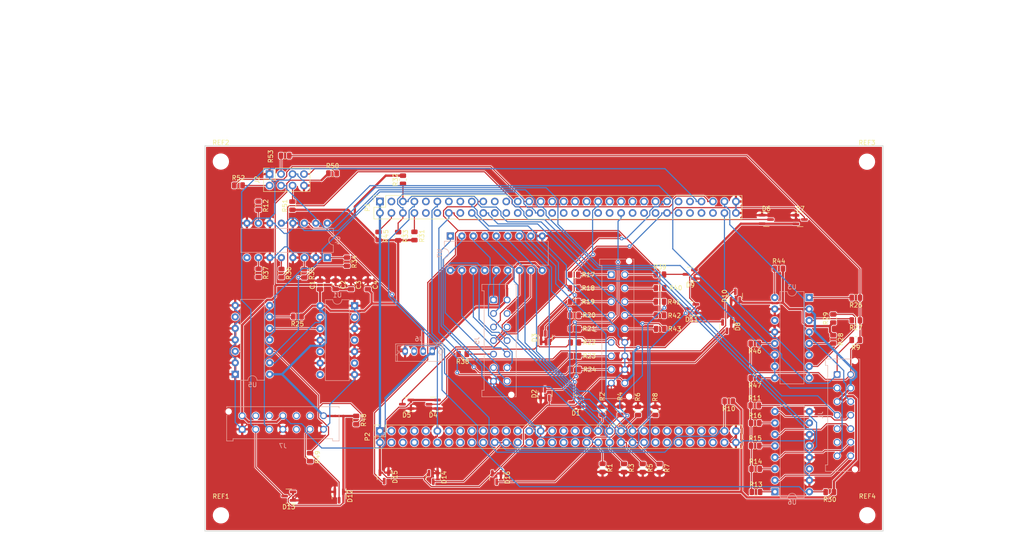
<source format=kicad_pcb>
(kicad_pcb (version 20221018) (generator pcbnew)
  (layers (0 "F.Cu" signal) (31 "B.Cu" signal) (34 "B.Paste" user) (35 "F.Paste" user) (36 "B.SilkS" user "B.Silkscreen") (37 "F.SilkS" user "F.Silkscreen") (38 "B.Mask" user) (39 "F.Mask" user) (44 "Edge.Cuts" user))
  (net 0 "")
  (net 1 "+5V")
  (net 2 "GND")
  (net 3 "+12V")
  (net 4 "+3.3V")
  (net 5 "D3")
  (net 6 "D4")
  (net 7 "D2")
  (net 8 "D5")
  (net 9 "D1")
  (net 10 "D6")
  (net 11 "D0")
  (net 12 "D7")
  (net 13 "VSYNC")
  (net 14 "Net-(D10-Pad3)")
  (net 15 "HSYNC")
  (net 16 "Net-(D12-Pad3)")
  (net 17 "PWM")
  (net 18 "PCLK")
  (net 19 "SCL")
  (net 20 "SDA")
  (net 21 "GNDPWR")
  (net 24 "VDD")
  (net 25 "Net-(J1-Pad10)")
  (net 26 "Net-(J1-Pad11)")
  (net 27 "Net-(J1-Pad12)")
  (net 28 "Net-(J1-Pad13)")
  (net 29 "Net-(J1-Pad14)")
  (net 30 "PLC 1")
  (net 31 "PLC4")
  (net 32 "PLC2")
  (net 33 "PLC5")
  (net 34 "PLC3")
  (net 35 "PLC6")
  (net 36 "Net-(J2-Pad2)")
  (net 37 "Net-(J2-Pad3)")
  (net 38 "Net-(J2-Pad6)")
  (net 39 "Net-(J2-Pad7)")
  (net 51 "PG14")
  (net 53 "Net-(P1-Pad27)")
  (net 80 "Net-(J4-Pad1)")
  (net 81 "Net-(J4-Pad2)")
  (net 82 "Net-(J4-Pad3)")
  (net 83 "Net-(J4-Pad4)")
  (net 84 "Net-(J4-Pad5)")
  (net 85 "Net-(J4-Pad6)")
  (net 86 "Net-(J4-Pad7)")
  (net 87 "Net-(J4-Pad8)")
  (net 88 "Net-(J4-Pad10)")
  (net 89 "Net-(J4-Pad11)")
  (net 90 "Net-(J4-Pad12)")
  (net 91 "Net-(J4-Pad13)")
  (net 92 "Net-(J4-Pad14)")
  (net 93 "Net-(J5-Pad1)")
  (net 94 "Net-(J5-Pad2)")
  (net 95 "Net-(J5-Pad3)")
  (net 96 "Net-(J5-Pad4)")
  (net 97 "Net-(J5-Pad5)")
  (net 101 "Net-(J5-Pad11)")
  (net 102 "Net-(J5-Pad12)")
  (net 103 "Net-(J5-Pad13)")
  (net 104 "Net-(J5-Pad14)")
  (net 106 "czujnik optyczny")
  (net 108 "UART")
  (net 113 "S1.1")
  (net 114 "S1.2")
  (net 115 "S1.3")
  (net 116 "S1.4")
  (net 117 "S2.1")
  (net 118 "S2.2")
  (net 119 "S2.3")
  (net 120 "S2.4")
  (net 121 "uCOpt")
  (net 123 "Net-(R12-Pad2)")
  (net 124 "Net-(R13-Pad2)")
  (net 125 "Net-(R14-Pad2)")
  (net 126 "Net-(R15-Pad2)")
  (net 127 "Net-(R16-Pad2)")
  (net 128 "PG9")
  (net 129 "Net-(R26-Pad2)")
  (net 130 "Net-(R27-Pad2)")
  (net 131 "Net-(R28-Pad2)")
  (net 132 "Net-(R29-Pad2)")
  (net 133 "Net-(R34-Pad1)")
  (net 134 "Net-(R35-Pad1)")
  (net 135 "Net-(R36-Pad1)")
  (net 136 "reserved")
  (net 137 "Net-(R37-Pad1)")
  (net 139 "PLC1")
  (net 140 "Net-(R46-Pad1)")
  (net 146 "Net-(U1-Pad12)")
  (net 147 "PG13")
  (net 151 "uCksztLSB")
  (net 152 "uCksztMSB")
  (net 195 "czujnik indukcyjny")
  (net 196 "Net-(J1-Pad1)")
  (net 197 "Net-(J1-Pad4)")
  (footprint "Resistor_SMD:R_0805_2012Metric" (layer "F.Cu") (at 111.887 78.6892 90)
    (fp_text reference "R4")
    (fp_text value "47k")
  )
  (footprint "Resistor_SMD:R_0805_2012Metric" (layer "F.Cu") (at 141.7066 86.4108)
    (fp_text reference "R15")
    (fp_text value "470")
  )
  (footprint "Resistor_SMD:R_0805_2012Metric" (layer "F.Cu") (at 101.6762 48.5394)
    (fp_text reference "R17")
    (fp_text value "1k")
  )
  (footprint "Resistor_SMD:R_0805_2012Metric" (layer "F.Cu") (at 101.854 66.5226)
    (fp_text reference "R23")
    (fp_text value "1k")
  )
  (footprint "Resistor_SMD:R_0805_2012Metric" (layer "F.Cu") (at 31.8516 48.1584 -90)
    (fp_text reference "R37")
    (fp_text value "1k0")
  )
  (footprint "Resistor_SMD:R_0805_2012Metric" (layer "F.Cu") (at 141.8082 91.5416)
    (fp_text reference "R14")
    (fp_text value "2k2")
  )
  (footprint "Resistor_SMD:R_0805_2012Metric" (layer "F.Cu") (at 101.8032 63.5508)
    (fp_text reference "R22")
    (fp_text value "1k")
  )
  (footprint "Resistor_SMD:R_0805_2012Metric" (layer "F.Cu") (at 158.9786 62.865 -90)
    (fp_text reference "R28")
    (fp_text value "2k2")
  )
  (footprint "Resistor_SMD:R_0805_2012Metric" (layer "F.Cu") (at 101.7524 57.5564)
    (fp_text reference "R20")
    (fp_text value "1k")
  )
  (footprint "Resistor_SMD:R_0805_2012Metric" (layer "F.Cu") (at 58.3946 40.005 -90)
    (fp_text reference "R45")
    (fp_text value "4k7")
  )
  (footprint "Package_TO_SOT_SMD:SOT-23" (layer "F.Cu") (at 151.6634 36.3474)
    (fp_text reference "D7")
    (fp_text value "BAT54S")
  )
  (footprint "Resistor_SMD:R_0805_2012Metric" (layer "F.Cu") (at 41.9862 48.26 -90)
    (fp_text reference "R35")
    (fp_text value "1k0")
  )
  (footprint "Resistor_SMD:R_0805_2012Metric" (layer "F.Cu") (at 31.8262 33.274 -90)
    (fp_text reference "R12")
    (fp_text value "4k7")
  )
  (footprint "Package_TO_SOT_SMD:SOT-23" (layer "F.Cu") (at 137.3378 53.2638 90)
    (fp_text reference "D10")
    (fp_text value "BAT54S")
  )
  (footprint "Resistor_SMD:R_0805_2012Metric" (layer "F.Cu") (at 158.2166 96.6724 180)
    (fp_text reference "R30")
    (fp_text value "4k7")
  )
  (footprint "Resistor_SMD:R_0805_2012Metric" (layer "F.Cu") (at 120.5738 91.3638 -90)
    (fp_text reference "R7")
    (fp_text value "47k")
  )
  (footprint "MountingHole:MountingHole_3.2mm_M3" (layer "F.Cu") (at 23.5458 101.8286)
    (fp_text reference "REF1")
    (fp_text value "MountingHole_3.2mm_M3")
  )
  (footprint "Resistor_SMD:R_0805_2012Metric" (layer "F.Cu") (at 141.6304 63.8048 180)
    (fp_text reference "R46")
    (fp_text value "4k7")
  )
  (footprint "Package_TO_SOT_SMD:SOT-23" (layer "F.Cu") (at 127.6604 56.0578 180)
    (fp_text reference "D11")
    (fp_text value "BAT54S")
  )
  (footprint "Resistor_SMD:R_0805_2012Metric" (layer "F.Cu") (at 141.605 77.4954)
    (fp_text reference "R11")
    (fp_text value "4k7")
  )
  (footprint "Package_TO_SOT_SMD:SOT-23" (layer "F.Cu") (at 49.6824 97.5614 -90)
    (fp_text reference "D12")
    (fp_text value "BAT54S")
  )
  (footprint "Resistor_SMD:R_0805_2012Metric" (layer "F.Cu") (at 163.9824 63.0174 180)
    (fp_text reference "R9")
    (fp_text value "4k7")
  )
  (footprint "Resistor_SMD:R_0805_2012Metric" (layer "F.Cu") (at 101.6762 51.5366)
    (fp_text reference "R18")
    (fp_text value "1k")
  )
  (footprint "Package_TO_SOT_SMD:SOT-23" (layer "F.Cu") (at 135.4582 60.0456 -90)
    (fp_text reference "D8")
    (fp_text value "BAT54S")
  )
  (footprint "Resistor_SMD:R_0805_2012Metric" (layer "F.Cu") (at 116.84 91.3384 -90)
    (fp_text reference "R5")
    (fp_text value "47k")
  )
  (footprint "Package_TO_SOT_SMD:SOT-23" (layer "F.Cu") (at 84.5312 93.472 -90)
    (fp_text reference "D16")
    (fp_text value "BAT54S")
  )
  (footprint "Resistor_SMD:R_0805_2012Metric" (layer "F.Cu") (at 141.8844 96.647)
    (fp_text reference "R13")
    (fp_text value "2k2")
  )
  (footprint "Package_TO_SOT_SMD:SOT-23" (layer "F.Cu") (at 102.0572 76.8096 180)
    (fp_text reference "D1")
    (fp_text value "BAT54S")
  )
  (footprint "Resistor_SMD:R_0805_2012Metric" (layer "F.Cu") (at 146.939 47.1932)
    (fp_text reference "R44")
    (fp_text value "4k7")
  )
  (footprint "Resistor_SMD:R_0805_2012Metric" (layer "F.Cu") (at 163.9824 58.6486 180)
    (fp_text reference "R27")
    (fp_text value "2k2")
  )
  (footprint "Resistor_SMD:R_0805_2012Metric" (layer "F.Cu") (at 37.7444 22.1996)
    (fp_text reference "R53")
    (fp_text value "2k7")
  )
  (footprint "Resistor_SMD:R_0805_2012Metric" (layer "F.Cu") (at 43.2562 88.9508 -90)
    (fp_text reference "R49")
    (fp_text value "1k")
  )
  (footprint "Resistor_SMD:R_0805_2012Metric" (layer "F.Cu") (at 158.9786 58.2422 90)
    (fp_text reference "R29")
    (fp_text value "2k2")
  )
  (footprint "Resistor_SMD:R_0805_2012Metric" (layer "F.Cu") (at 141.6304 71.4248 180)
    (fp_text reference "R47")
    (fp_text value "4k7")
  )
  (footprint "Connector_PinSocket_2.54mm:PinSocket_2x32_P2.54mm_Vertical" (layer "F.Cu") (at 58.716 83.15 90)
    (fp_text reference "P2")
    (fp_text value "Conn_02x32_Odd_Even")
  )
  (footprint "Resistor_SMD:R_0805_2012Metric" (layer "F.Cu") (at 63.8048 27.5336 90)
    (fp_text reference "R32")
    (fp_text value "4k7")
  )
  (footprint "Resistor_SMD:R_0805_2012Metric" (layer "F.Cu") (at 62.738 40.0304 -90)
    (fp_text reference "R33")
    (fp_text value "4k7")
  )
  (footprint "Resistor_SMD:R_0805_2012Metric" (layer "F.Cu") (at 39.3446 33.274 90)
    (fp_text reference "R51")
    (fp_text value "500")
  )
  (footprint "Capacitor_SMD:C_0805_2012Metric" (layer "F.Cu") (at 56.0324 50.8254 -90)
    (fp_text reference "C4")
    (fp_text value "100n")
  )
  (footprint "Resistor_SMD:R_0805_2012Metric" (layer "F.Cu") (at 119.634 78.7146 90)
    (fp_text reference "R8")
    (fp_text value "47k")
  )
  (footprint "Package_TO_SOT_SMD:SOT-23" (layer "F.Cu") (at 95.3008 62.5094 90)
    (fp_text reference "D3")
    (fp_text value "BAT54S")
  )
  (footprint "Resistor_SMD:R_0805_2012Metric" (layer "F.Cu") (at 120.65 54.5338)
    (fp_text reference "R41")
    (fp_text value "1k")
  )
  (footprint "Capacitor_SMD:C_0805_2012Metric" (layer "F.Cu") (at 45.466 50.8254 90)
    (fp_text reference "C1")
    (fp_text value "100n")
  )
  (footprint "MountingHole:MountingHole_3.2mm_M3" (layer "F.Cu") (at 166.51 101.81)
    (fp_text reference "REF4")
    (fp_text value "MountingHole_3.2mm_M3")
  )
  (footprint "Resistor_SMD:R_0805_2012Metric" (layer "F.Cu") (at 40.4622 57.8104 180)
    (fp_text reference "R25")
    (fp_text value "10k")
  )
  (footprint "Resistor_SMD:R_0805_2012Metric" (layer "F.Cu") (at 101.854 69.5452)
    (fp_text reference "R24")
    (fp_text value "1k")
  )
  (footprint "Resistor_SMD:R_0805_2012Metric" (layer "F.Cu") (at 107.8992 78.6638 90)
    (fp_text reference "R2")
    (fp_text value "47k")
  )
  (footprint "Resistor_SMD:R_0805_2012Metric" (layer "F.Cu") (at 51.4096 45.6692 -90)
    (fp_text reference "R34")
    (fp_text value "1k0")
  )
  (footprint "Resistor_SMD:R_0805_2012Metric" (layer "F.Cu") (at 48.2346 26.1112)
    (fp_text reference "R50")
    (fp_text value "1k")
  )
  (footprint "Capacitor_SMD:C_0805_2012Metric" (layer "F.Cu") (at 48.895 50.8 -90)
    (fp_text reference "C2")
    (fp_text value "100n")
  )
  (footprint "Resistor_SMD:R_0805_2012Metric" (layer "F.Cu") (at 77.0128 66.1162 180)
    (fp_text reference "R38")
    (fp_text value "4k7")
  )
  (footprint "Resistor_SMD:R_0805_2012Metric" (layer "F.Cu") (at 107.95 91.313 -90)
    (fp_text reference "R1")
    (fp_text value "47k")
  )
  (footprint "Resistor_SMD:R_0805_2012Metric" (layer "F.Cu") (at 112.6998 91.3384 -90)
    (fp_text reference "R3")
    (fp_text value "47k")
  )
  (footprint "Resistor_SMD:R_0805_2012Metric" (layer "F.Cu") (at 101.7778 60.5282)
    (fp_text reference "R21")
    (fp_text value "1k")
  )
  (footprint "MountingHole:MountingHole_3.2mm_M3" (layer "F.Cu") (at 23.53 23.5)
    (fp_text reference "REF2")
    (fp_text value "MountingHole_3.2mm_M3")
  )
  (footprint "Resistor_SMD:R_0805_2012Metric" (layer "F.Cu") (at 36.9062 48.2092 -90)
    (fp_text reference "R36")
    (fp_text value "1k0")
  )
  (footprint "Resistor_SMD:R_0805_2012Metric" (layer "F.Cu") (at 115.7986 78.7146 90)
    (fp_text reference "R6")
    (fp_text value "47k")
  )
  (footprint "Package_TO_SOT_SMD:SOT-23" (layer "F.Cu") (at 59.6646 93.3196 -90)
    (fp_text reference "D15")
    (fp_text value "BAT54S")
  )
  (footprint "Resistor_SMD:R_0805_2012Metric" (layer "F.Cu") (at 141.7066 81.3816)
    (fp_text reference "R16")
    (fp_text value "470")
  )
  (footprint "Package_TO_SOT_SMD:SOT-23" (layer "F.Cu") (at 70.485 77.2414 180)
    (fp_text reference "D4")
    (fp_text value "BAT54S")
  )
  (footprint "Package_TO_SOT_SMD:SOT-23" (layer "F.Cu") (at 95.2246 74.9046 90)
    (fp_text reference "D2")
    (fp_text value "BAT54S")
  )
  (footprint "Resistor_SMD:R_0805_2012Metric" (layer "F.Cu") (at 120.6246 48.514)
    (fp_text reference "R39")
    (fp_text value "1k")
  )
  (footprint "Resistor_SMD:R_0805_2012Metric" (layer "F.Cu") (at 53.467 80.7466 -90)
    (fp_text reference "R48")
    (fp_text value "10k")
  )
  (footprint "Resistor_SMD:R_0805_2012Metric" (layer "F.Cu") (at 135.8646 76.581 180)
    (fp_text reference "R10")
    (fp_text value "4k7")
  )
  (footprint "Resistor_SMD:R_0805_2012Metric" (layer "F.Cu") (at 101.7016 54.5338)
    (fp_text reference "R19")
    (fp_text value "1k")
  )
  (footprint "Resistor_SMD:R_0805_2012Metric" (layer "F.Cu") (at 27.4085 28.7782)
    (fp_text reference "R52")
    (fp_text value "500")
  )
  (footprint "Connector_PinSocket_2.54mm:PinSocket_2x04_P2.54mm_Vertical" (layer "F.Cu") (at 34.3 26.269 90)
    (fp_text reference "J2")
    (fp_text value "Conn_02x04_Counter_Clockwise")
  )
  (footprint "Resistor_SMD:R_0805_2012Metric" (layer "F.Cu") (at 120.7008 60.5536)
    (fp_text reference "R43")
    (fp_text value "0k")
  )
  (footprint "Resistor_SMD:R_0805_2012Metric" (layer "F.Cu") (at 163.9824 53.6448 180)
    (fp_text reference "R26")
    (fp_text value "2k2")
  )
  (footprint "Resistor_SMD:R_0805_2012Metric" (layer "F.Cu") (at 120.65 51.5112)
    (fp_text reference "R40")
    (fp_text value "1k")
  )
  (footprint "Package_TO_SOT_SMD:SOT-23" (layer "F.Cu") (at 70.5104 93.4212 -90)
    (fp_text reference "D14")
    (fp_text value "BAT54S")
  )
  (footprint "Package_TO_SOT_SMD:SOT-23" (layer "F.Cu") (at 127.3556 48.4632 180)
    (fp_text reference "D9")
    (fp_text value "BAT54S")
  )
  (footprint "Package_TO_SOT_SMD:SOT-23" (layer "F.Cu") (at 38.5572 97.5614 180)
    (fp_text reference "D13")
    (fp_text value "BAT54S")
  )
  (footprint "Connector_PinSocket_2.54mm:PinSocket_2x32_P2.54mm_Vertical" (layer "F.Cu") (at 58.715 32.344 90)
    (fp_text reference "P1")
    (fp_text value "Conn_02x32_Odd_Even")
  )
  (footprint "Package_TO_SOT_SMD:SOT-23" (layer "F.Cu") (at 64.6176 77.2414 180)
    (fp_text reference "D5")
    (fp_text value "BAT54S")
  )
  (footprint "Capacitor_SMD:C_0805_2012Metric" (layer "F.Cu") (at 52.324 50.8254 -90)
    (fp_text reference "C3")
    (fp_text value "100n")
  )
  (footprint "Package_TO_SOT_SMD:SOT-23" (layer "F.Cu") (at 144.1704 36.322)
    (fp_text reference "D6")
    (fp_text value "BAT54S")
  )
  (footprint "Resistor_SMD:R_0805_2012Metric" (layer "F.Cu") (at 120.65 57.531)
    (fp_text reference "R42")
    (fp_text value "0k")
  )
  (footprint "Resistor_SMD:R_0805_2012Metric" (layer "F.Cu") (at 66.3448 39.9796 -90)
    (fp_text reference "R31")
    (fp_text value "4k7")
  )
  (footprint "MountingHole:MountingHole_3.2mm_M3" (layer "F.Cu") (at 166.44 23.53)
    (fp_text reference "REF3")
    (fp_text value "MountingHole_3.2mm_M3")
  )
  (footprint "Package_DIP:DIP-18_W7.62mm" (layer "B.Cu") (at 74.295 39.9796 -90)
    (fp_text reference "U7")
    (fp_text value "ULN2803A")
  )
  (footprint "Package_DIP:DIP-14_W7.62mm" (layer "B.Cu") (at 53.1014 55.4178 180)
    (fp_text reference "U1")
    (fp_text value "SN74HC04N")
  )
  (footprint "Package_DIP:DIP-16_W7.62mm" (layer "B.Cu") (at 146.0854 96.6066)
    (fp_text reference "U6")
    (fp_text value "TLP521-4x")
  )
  (footprint "Connector_Molex:Molex_Micro-Latch_53253-0470_1x04_P2.00mm_Vertical" (layer "B.Cu") (at 70.2818 65.4812 180)
    (fp_text reference "J6")
    (fp_text value "Conn_01x04")
  )
  (footprint "Connector_Molex:Molex_Micro-Fit_3.0_43045-1812_2x09_P3.00mm_Vertical" (layer "B.Cu") (at 109.88 48.534 -90)
    (fp_text reference "J4")
    (fp_text value "Conn_02x09_Top_Bottom")
  )
  (footprint "Connector_Molex:Molex_Micro-Fit_3.0_43045-1412_2x07_P3.00mm_Vertical" (layer "B.Cu") (at 83.84 54.134 -90)
    (fp_text reference "J5")
    (fp_text value "Conn_02x07_Counter_Clockwise")
  )
  (footprint "Package_DIP:DIP-16_W7.62mm" (layer "B.Cu") (at 153.66 53.609 180)
    (fp_text reference "U3")
    (fp_text value "TLP521-4x")
  )
  (footprint "Connector_Molex:Molex_Micro-Fit_3.0_43045-1412_2x07_P3.00mm_Vertical" (layer "B.Cu") (at 28.2448 82.7786)
    (fp_text reference "J7")
    (fp_text value "Conn_02x07_Counter_Clockwise")
  )
  (footprint "Package_DIP:DIP-16_W7.62mm" (layer "B.Cu") (at 47.0766 44.7702 90)
    (fp_text reference "U4")
    (fp_text value "TLP521-4x")
  )
  (footprint "Connector_Molex:Molex_Micro-Fit_3.0_43045-1412_2x07_P3.00mm_Vertical" (layer "B.Cu") (at 159.84 70.646 -90)
    (fp_text reference "J1")
    (fp_text value "Conn_02x07_Counter_Clockwise")
  )
  (footprint "Package_DIP:DIP-14_W7.62mm" (layer "B.Cu") (at 26.7054 70.5916)
    (fp_text reference "U5")
    (fp_text value "SN74HC126D")
  )
  (gr_rect (start 20 20) (end 170 105.33) (stroke (width 0.15)) (fill none) (layer "Edge.Cuts"))
  (segment (start 62.7126 40.9175) (end 58.3946 40.9175) (width 0.5) (layer "F.Cu") (net 1))
  (segment (start 46.3003 79.8341) (end 48.826086 79.8341) (width 0.5) (layer "F.Cu") (net 1))
  (segment (start 62.738 40.9429) (end 62.7126 40.9175) (width 0.5) (layer "F.Cu") (net 1))
  (segment (start 45.466 55.4178) (end 45.4814 55.4178) (width 0.5) (layer "F.Cu") (net 1))
  (segment (start 53.1665 35.6893) (end 53.1665 33.4475) (width 0.5) (layer "F.Cu") (net 1))
  (segment (start 153.66 56.149) (end 152.5347 56.149) (width 0.5) (layer "F.Cu") (net 1))
  (segment (start 159.1291 94.3103) (end 159.1291 96.6724) (width 0.5) (layer "F.Cu") (net 1))
  (segment (start 45.466 55.4178) (end 45.466 51.7754) (width 0.5) (layer "F.Cu") (net 1))
  (segment (start 50.6324 98.9597) (end 49.987 99.6051) (width 0.25) (layer "F.Cu") (net 1))
  (segment (start 138.756 83.688478) (end 138.756 82.611522) (width 0.5) (layer "F.Cu") (net 1))
  (segment (start 153.142233 59.939) (end 158.1943 59.939) (width 0.5) (layer "F.Cu") (net 1))
  (segment (start 152.4 59.196767) (end 153.142233 59.939) (width 0.5) (layer "F.Cu") (net 1))
  (segment (start 46.6067 55.4178) (end 47.732 56.5431) (width 0.5) (layer "F.Cu") (net 1))
  (segment (start 49.987 99.6051) (end 39.1384 99.6051) (width 0.25) (layer "F.Cu") (net 1))
  (segment (start 145.522233 54.859) (end 145.429933 54.7667) (width 0.5) (layer "F.Cu") (net 1))
  (segment (start 152.5347 56.149) (end 152.4 56.2837) (width 0.5) (layer "F.Cu") (net 1))
  (segment (start 53.1665 35.6893) (end 58.3946 40.9175) (width 0.5) (layer "F.Cu") (net 1))
  (segment (start 163.337057 75.446) (end 164.04 76.148943) (width 0.5) (layer "F.Cu") (net 1))
  (segment (start 160.5646 75.9214) (end 161.0972 76.454) (width 0.5) (layer "F.Cu") (net 1))
  (segment (start 56.8859 52.6289) (end 56.0324 51.7754) (width 0.5) (layer "F.Cu") (net 1))
  (segment (start 48.830586 79.8386) (end 49.659014 79.8386) (width 0.5) (layer "F.Cu") (net 1))
  (segment (start 51.6636 34.1865) (end 53.1665 35.6893) (width 0.5) (layer "F.Cu") (net 1))
  (segment (start 145.429933 54.7667) (end 138.8532 54.7667) (width 0.5) (layer "F.Cu") (net 1))
  (segment (start 68.2818 64.368) (end 68.2818 60.4893) (width 0.5) (layer "F.Cu") (net 1))
  (segment (start 50.6324 79.8341) (end 53.467 79.8341) (width 0.5) (layer "F.Cu") (net 1))
  (segment (start 68.2818 65.4812) (end 68.2818 64.368) (width 0.5) (layer "F.Cu") (net 1))
  (segment (start 138.6601 83.784378) (end 138.756 83.688478) (width 0.5) (layer "F.Cu") (net 1))
  (segment (start 46.2448 79.7786) (end 46.3003 79.8341) (width 0.5) (layer "F.Cu") (net 1))
  (segment (start 138.6601 86.324378) (end 138.756 86.228478) (width 0.5) (layer "F.Cu") (net 1))
  (segment (start 49.659014 79.8386) (end 49.663514 79.8341) (width 0.5) (layer "F.Cu") (net 1))
  (segment (start 138.8532 54.7667) (end 138.2878 54.2013) (width 0.5) (layer "F.Cu") (net 1))
  (segment (start 39.3446 34.1865) (end 51.6636 34.1865) (width 0.5) (layer "F.Cu") (net 1))
  (segment (start 39.1384 99.6051) (end 38.4284 98.8951) (width 0.25) (layer "F.Cu") (net 1))
  (segment (start 157.9449 97.8566) (end 139.8928 97.8566) (width 0.5) (layer "F.Cu") (net 1))
  (segment (start 48.826086 79.8341) (end 48.830586 79.8386) (width 0.5) (layer "F.Cu") (net 1))
  (segment (start 146.557767 54.859) (end 145.522233 54.859) (width 0.5) (layer "F.Cu") (net 1))
  (segment (start 139.8928 97.8566) (end 138.6601 96.6239) (width 0.5) (layer "F.Cu") (net 1))
  (segment (start 160.5646 75.9214) (end 159.84 76.646) (width 0.5) (layer "F.Cu") (net 1))
  (segment (start 43.7673 55.4178) (end 41.3747 57.8104) (width 0.5) (layer "F.Cu") (net 1))
  (segment (start 138.6601 78.464) (end 136.7771 76.581) (width 0.5) (layer "F.Cu") (net 1))
  (segment (start 47.732 56.5431) (end 51.8514 56.5431) (width 0.5) (layer "F.Cu") (net 1))
  (segment (start 50.6324 79.8341) (end 50.6324 96.6239) (width 0.5) (layer "F.Cu") (net 1))
  (segment (start 55.2883 56.5431) (end 56.8859 54.9455) (width 0.5) (layer "F.Cu") (net 1))
  (segment (start 138.6601 96.6239) (end 138.6601 86.324378) (width 0.5) (layer "F.Cu") (net 1))
  (segment (start 149.2338 56.149) (end 152.5347 56.149) (width 0.5) (layer "F.Cu") (net 1))
  (segment (start 158.1943 59.939) (end 158.2482 59.8851) (width 0.5) (layer "F.Cu") (net 1))
  (segment (start 54.2267 56.6678) (end 54.3514 56.5431) (width 0.5) (layer "F.Cu") (net 1))
  (segment (start 147.8515 47.1932) (end 147.8515 54.7667) (width 0.5) (layer "F.Cu") (net 1))
  (segment (start 51.8514 56.5431) (end 51.9761 56.6678) (width 0.5) (layer "F.Cu") (net 1))
  (segment (start 161.0972 76.454) (end 162.1052 75.446) (width 0.5) (layer "F.Cu") (net 1))
  (segment (start 147.8515 54.7667) (end 149.2338 56.149) (width 0.5) (layer "F.Cu") (net 1))
  (segment (start 164.04 76.148943) (end 164.04 89.3994) (width 0.5) (layer "F.Cu") (net 1))
  (segment (start 138.756 82.611522) (end 138.6601 82.515622) (width 0.5) (layer "F.Cu") (net 1))
  (segment (start 56.8859 54.9455) (end 56.8859 52.6289) (width 0.5) (layer "F.Cu") (net 1))
  (segment (start 138.6601 82.515622) (end 138.6601 78.464) (width 0.5) (layer "F.Cu") (net 1))
  (segment (start 162.1052 75.446) (end 163.337057 75.446) (width 0.5) (layer "F.Cu") (net 1))
  (segment (start 62.738 54.9455) (end 56.8859 54.9455) (width 0.5) (layer "F.Cu") (net 1))
  (segment (start 68.2818 60.4893) (end 62.738 54.9455) (width 0.5) (layer "F.Cu") (net 1))
  (segment (start 164.04 89.3994) (end 159.1291 94.3103) (width 0.5) (layer "F.Cu") (net 1))
  (segment (start 38.4284 98.1652) (end 39.4947 97.0989) (width 0.25) (layer "F.Cu") (net 1))
  (segment (start 158.2482 61.2221) (end 158.9786 61.9525) (width 0.5) (layer "F.Cu") (net 1))
  (segment (start 49.663514 79.8341) (end 50.6324 79.8341) (width 0.5) (layer "F.Cu") (net 1))
  (segment (start 45.4814 55.4178) (end 46.6067 55.4178) (width 0.5) (layer "F.Cu") (net 1))
  (segment (start 50.6324 96.6239) (end 50.6324 98.9597) (width 0.5) (layer "F.Cu") (net 1))
  (segment (start 62.7888 40.8921) (end 62.738 40.9429) (width 0.5) (layer "F.Cu") (net 1))
  (segment (start 66.3448 40.8921) (end 62.7888 40.8921) (width 0.5) (layer "F.Cu") (net 1))
  (segment (start 158.2482 59.8851) (end 158.9786 59.1547) (width 0.5) (layer "F.Cu") (net 1))
  (segment (start 159.1291 96.6724) (end 157.9449 97.8566) (width 0.5) (layer "F.Cu") (net 1))
  (segment (start 138.756 86.228478) (end 138.756 85.151522) (width 0.5) (layer "F.Cu") (net 1))
  (segment (start 39.4947 97.0989) (end 39.4947 96.6114) (width 0.5) (layer "F.Cu") (net 1))
  (segment (start 147.8515 54.7667) (end 146.650067 54.7667) (width 0.5) (layer "F.Cu") (net 1))
  (segment (start 45.466 55.4178) (end 43.7673 55.4178) (width 0.5) (layer "F.Cu") (net 1))
  (segment (start 162.84 73.646) (end 160.5646 75.9214) (width 0.5) (layer "F.Cu") (net 1))
  (segment (start 59.9929 26.6211) (end 63.8048 26.6211) (width 0.5) (layer "F.Cu") (net 1))
  (segment (start 62.738 54.9455) (end 62.738 40.9429) (width 0.5) (layer "F.Cu") (net 1))
  (segment (start 51.9761 56.6678) (end 54.2267 56.6678) (width 0.5) (layer "F.Cu") (net 1))
  (segment (start 158.2482 59.8851) (end 158.2482 61.2221) (width 0.5) (layer "F.Cu") (net 1))
  (segment (start 138.6601 96.6239) (end 50.6324 96.6239) (width 0.5) (layer "F.Cu") (net 1))
  (segment (start 138.6601 85.055622) (end 138.6601 83.784378) (width 0.5) (layer "F.Cu") (net 1))
  (segment (start 54.3514 56.5431) (end 55.2883 56.5431) (width 0.5) (layer "F.Cu") (net 1))
  (segment (start 138.756 85.151522) (end 138.6601 85.055622) (width 0.5) (layer "F.Cu") (net 1))
  (segment (start 38.4284 98.8951) (end 38.4284 98.1652) (width 0.25) (layer "F.Cu") (net 1))
  (segment (start 146.650067 54.7667) (end 146.557767 54.859) (width 0.5) (layer "F.Cu") (net 1))
  (segment (start 53.1665 33.4475) (end 59.9929 26.6211) (width 0.5) (layer "F.Cu") (net 1))
  (segment (start 152.4 56.2837) (end 152.4 59.196767) (width 0.5) (layer "F.Cu") (net 1))
  (segment (start 34.3254 70.5916) (end 37.0578 70.5916) (width 0.5) (layer "B.Cu") (net 1))
  (segment (start 162.84 73.646) (end 162.84 71.846) (width 0.5) (layer "B.Cu") (net 1))
  (segment (start 154.91 61.018943) (end 154.91 57.399) (width 0.5) (layer "B.Cu") (net 1))
  (segment (start 164.04 71.143057) (end 164.04 70.148943) (width 0.5) (layer "B.Cu") (net 1))
  (segment (start 164.04 70.148943) (end 154.91 61.018943) (width 0.5) (layer "B.Cu") (net 1))
  (segment (start 162.84 71.846) (end 163.337057 71.846) (width 0.5) (layer "B.Cu") (net 1))
  (segment (start 46.7314 57.440033) (end 46.7314 63.555567) (width 0.5) (layer "B.Cu") (net 1))
  (segment (start 45.999167 64.2878) (end 43.3616 64.2878) (width 0.5) (layer "B.Cu") (net 1))
  (segment (start 46.7314 63.555567) (end 45.999167 64.2878) (width 0.5) (layer "B.Cu") (net 1))
  (segment (start 154.91 57.399) (end 153.66 56.149) (width 0.5) (layer "B.Cu") (net 1))
  (segment (start 45.4814 55.4178) (end 45.4814 56.5431) (width 0.5) (layer "B.Cu") (net 1))
  (segment (start 45.4814 56.5431) (end 45.834467 56.5431) (width 0.5) (layer "B.Cu") (net 1))
  (segment (start 163.337057 71.846) (end 164.04 71.143057) (width 0.5) (layer "B.Cu") (net 1))
  (segment (start 43.3616 64.2878) (end 37.0578 70.5916) (width 0.5) (layer "B.Cu") (net 1))
  (segment (start 37.0578 70.5916) (end 46.2448 79.7786) (width 0.5) (layer "B.Cu") (net 1))
  (segment (start 45.834467 56.5431) (end 46.7314 57.440033) (width 0.5) (layer "B.Cu") (net 1))
  (segment (start 150.7259 35.8849) (end 151.8061 36.9651) (width 0.25) (layer "F.Cu") (net 2))
  (segment (start 151.8061 37.6279) (end 137.9759 51.4581) (width 0.25) (layer "F.Cu") (net 2))
  (segment (start 121.0379 84.4764) (end 135.4344 84.4764) (width 0.25) (layer "F.Cu") (net 2))
  (segment (start 86.5686 92.5345) (end 85.4812 92.5345) (width 0.25) (layer "F.Cu") (net 2))
  (segment (start 94.8383 63.4469) (end 96.3027 61.9825) (width 0.25) (layer "F.Cu") (net 2))
  (segment (start 71.416 78.1914) (end 71.4225 78.1914) (width 0.25) (layer "F.Cu") (net 2))
  (segment (start 109.9054 77.7767) (end 111.887 77.7767) (width 0.25) (layer "F.Cu") (net 2))
  (segment (start 112.6998 92.2509) (end 116.84 92.2509) (width 0.25) (layer "F.Cu") (net 2))
  (segment (start 53.3976 50.949) (end 52.324 49.8754) (width 0.25) (layer "F.Cu") (net 2))
  (segment (start 109.88 77.7513) (end 109.9054 77.7767) (width 0.25) (layer "F.Cu") (net 2))
  (segment (start 93.9086 84.3253) (end 93.1007 85.1332) (width 0.25) (layer "F.Cu") (net 2))
  (segment (start 51.9761 67.547) (end 52.82 66.7031) (width 0.25) (layer "F.Cu") (net 2))
  (segment (start 53.1014 70.6578) (end 53.1014 69.5325) (width 0.25) (layer "F.Cu") (net 2))
  (segment (start 136.3878 54.2013) (end 136.8753 54.2013) (width 0.25) (layer "F.Cu") (net 2))
  (segment (start 46.6067 68.1177) (end 46.6067 65.0071) (width 0.25) (layer "F.Cu") (net 2))
  (segment (start 83.84 73.3339) (end 83.84 72.134) (width 0.25) (layer "F.Cu") (net 2))
  (segment (start 70.2403 91.2636) (end 71.4604 92.4837) (width 0.25) (layer "F.Cu") (net 2))
  (segment (start 111.9124 77.8021) (end 115.7986 77.8021) (width 0.25) (layer "F.Cu") (net 2))
  (segment (start 53.1014 69.5325) (end 52.8201 69.5325) (width 0.25) (layer "F.Cu") (net 2))
  (segment (start 115.7986 77.8021) (end 119.634 77.8021) (width 0.25) (layer "F.Cu") (net 2))
  (segment (start 41.6577 82.917) (end 39.5205 85.0542) (width 0.25) (layer "F.Cu") (net 2))
  (segment (start 129.6843 55.9214) (end 129.6843 51.2462) (width 0.25) (layer "F.Cu") (net 2))
  (segment (start 93.1007 86.0024) (end 86.5686 92.5345) (width 0.25) (layer "F.Cu") (net 2))
  (segment (start 145.7586 60.1037) (end 146.04 60.1037) (width 0.25) (layer "F.Cu") (net 2))
  (segment (start 40.5892 97.4169) (end 39.4947 98.5114) (width 0.25) (layer "F.Cu") (net 2))
  (segment (start 53.3976 50.949) (end 54.9588 50.949) (width 0.25) (layer "F.Cu") (net 2))
  (segment (start 52.8201 69.5325) (end 51.9761 68.6885) (width 0.25) (layer "F.Cu") (net 2))
  (segment (start 137.9759 51.4581) (end 137.764 51.2462) (width 0.25) (layer "F.Cu") (net 2))
  (segment (start 70.2403 85.1337) (end 70.2403 91.2636) (width 0.25) (layer "F.Cu") (net 2))
  (segment (start 53.1014 60.4978) (end 53.1014 61.6231) (width 0.25) (layer "F.Cu") (net 2))
  (segment (start 51.9761 68.6885) (end 51.9761 68.1177) (width 0.25) (layer "F.Cu") (net 2))
  (segment (start 137.764 51.2462) (end 129.6843 51.2462) (width 0.25) (layer "F.Cu") (net 2))
  (segment (start 121.0379 84.4764) (end 121.0379 89.1692) (width 0.25) (layer "F.Cu") (net 2))
  (segment (start 63.8157 65.0151) (end 64.2818 65.4812) (width 0.25) (layer "F.Cu") (net 2))
  (segment (start 46.6067 68.1177) (end 46.6067 68.1178) (width 0.25) (layer "F.Cu") (net 2))
  (segment (start 44.5366 43.165) (end 44.5262 43.1546) (width 0.25) (layer "F.Cu") (net 2))
  (segment (start 137.2781 84.3253) (end 137.456 84.3253) (width 0.25) (layer "F.Cu") (net 2))
  (segment (start 120.5738 92.2509) (end 116.84 92.2509) (width 0.25) (layer "F.Cu") (net 2))
  (segment (start 93.1007 85.1332) (end 93.1007 86.0024) (width 0.25) (layer "F.Cu") (net 2))
  (segment (start 135.4344 84.4764) (end 136.2807 85.3227) (width 0.25) (layer "F.Cu") (net 2))
  (segment (start 48.8696 49.8754) (end 48.895 49.85) (width 0.25) (layer "F.Cu") (net 2))
  (segment (start 36.1694 81.7032) (end 37.2448 82.7786) (width 0.25) (layer "F.Cu") (net 2))
  (segment (start 61.7331 91.2636) (end 60.6146 92.3821) (width 0.25) (layer "F.Cu") (net 2))
  (segment (start 138.823 56.149) (end 136.8753 54.2013) (width 0.25) (layer "F.Cu") (net 2))
  (segment (start 46.2448 82.7786) (end 45.136 81.6698) (width 0.25) (layer "F.Cu") (net 2))
  (segment (start 28.2448 82.7786) (end 29.3202 81.7032) (width 0.25) (layer "F.Cu") (net 2))
  (segment (start 94.276 83.15) (end 94.276 84.3253) (width 0.25) (layer "F.Cu") (net 2))
  (segment (start 53.1014 65.0151) (end 54.2489 65.0151) (width 0.25) (layer "F.Cu") (net 2))
  (segment (start 52.82 66.7031) (end 53.1014 66.7031) (width 0.25) (layer "F.Cu") (net 2))
  (segment (start 54.2489 65.0151) (end 63.8157 65.0151) (width 0.25) (layer "F.Cu") (net 2))
  (segment (start 150.7259 35.3974) (end 150.7259 35.8849) (width 0.25) (layer "F.Cu") (net 2))
  (segment (start 135.9376 80.4563) (end 135.9376 66.43) (width 0.25) (layer "F.Cu") (net 2))
  (segment (start 137.456 83.15) (end 137.456 84.3253) (width 0.25) (layer "F.Cu") (net 2))
  (segment (start 53.1014 55.4178) (end 53.1014 54.2925) (width 0.25) (layer "F.Cu") (net 2))
  (segment (start 96.902027 61.9825) (end 97.026627 61.8579) (width 0.25) (layer "F.Cu") (net 2))
  (segment (start 48.9204 49.8754) (end 48.895 49.85) (width 0.25) (layer "F.Cu") (net 2))
  (segment (start 65.5551 78.1914) (end 71.416 78.1914) (width 0.25) (layer "F.Cu") (net 2))
  (segment (start 52.324 49.8754) (end 48.9204 49.8754) (width 0.25) (layer "F.Cu") (net 2))
  (segment (start 121.6143 91.2104) (end 120.5738 92.2509) (width 0.25) (layer "F.Cu") (net 2))
  (segment (start 96.3027 61.9825) (end 96.902027 61.9825) (width 0.25) (layer "F.Cu") (net 2))
  (segment (start 51.9761 68.1177) (end 51.9761 67.547) (width 0.25) (layer "F.Cu") (net 2))
  (segment (start 150.7005 35.372) (end 150.7259 35.3974) (width 0.25) (layer "F.Cu") (net 2))
  (segment (start 53.1014 65.5778) (end 53.1014 66.7031) (width 0.25) (layer "F.Cu") (net 2))
  (segment (start 53.1014 54.2925) (end 53.3976 53.9963) (width 0.25) (layer "F.Cu") (net 2))
  (segment (start 120.5738 92.2509) (end 120.5738 92.2763) (width 0.25) (layer "F.Cu") (net 2))
  (segment (start 146.04 56.149) (end 144.9147 56.149) (width 0.25) (layer "F.Cu") (net 2))
  (segment (start 71.416 84.3253) (end 71.0487 84.3253) (width 0.25) (layer "F.Cu") (net 2))
  (segment (start 138.823 56.149) (end 138.823 56.6933) (width 0.25) (layer "F.Cu") (net 2))
  (segment (start 70.2403 91.2636) (end 61.7331 91.2636) (width 0.25) (layer "F.Cu") (net 2))
  (segment (start 53.3827 61.6231) (end 53.1014 61.6231) (width 0.25) (layer "F.Cu") (net 2))
  (segment (start 136.8753 54.2013) (end 137.9759 53.1007) (width 0.25) (layer "F.Cu") (net 2))
  (segment (start 44.5366 44.7702) (end 44.5366 43.165) (width 0.25) (layer "F.Cu") (net 2))
  (segment (start 45.4814 68.1178) (end 46.6067 68.1178) (width 0.25) (layer "F.Cu") (net 2))
  (segment (start 137.456 81.9747) (end 135.9376 80.4563) (width 0.25) (layer "F.Cu") (net 2))
  (segment (start 39.5205 85.0542) (end 40.5582 86.092) (width 0.25) (layer "F.Cu") (net 2))
  (segment (start 137.456 83.15) (end 137.456 81.9747) (width 0.25) (layer "F.Cu") (net 2))
  (segment (start 45.33 50.0114) (end 40.4845 50.0114) (width 0.25) (layer "F.Cu") (net 2))
  (segment (start 71.416 78.1914) (end 71.416 83.15) (width 0.25) (layer "F.Cu") (net 2))
  (segment (start 107.8909 77.7596) (end 102.9947 77.7596) (width 0.25) (layer "F.Cu") (net 2))
  (segment (start 94.3508 63.4469) (end 94.8383 63.4469) (width 0.25) (layer "F.Cu") (net 2))
  (segment (start 39.4566 48.9835) (end 39.4566 44.7702) (width 0.25) (layer "F.Cu") (net 2))
  (segment (start 45.7627 64.1631) (end 45.4814 64.1631) (width 0.25) (layer "F.Cu") (net 2))
  (segment (start 71.4225 78.1914) (end 78.9825 78.1914) (width 0.25) (layer "F.Cu") (net 2))
  (segment (start 40.4845 50.0114) (end 39.4566 48.9835) (width 0.25) (layer "F.Cu") (net 2))
  (segment (start 143.2329 35.372) (end 139.1183 35.372) (width 0.25) (layer "F.Cu") (net 2))
  (segment (start 40.5661 96.6239) (end 40.5892 96.647) (width 0.25) (layer "F.Cu") (net 2))
  (segment (start 78.9825 78.1914) (end 83.84 73.3339) (width 0.25) (layer "F.Cu") (net 2))
  (segment (start 121.0379 79.206) (end 121.0379 84.4764) (width 0.25) (layer "F.Cu") (net 2))
  (segment (start 29.3202 81.7032) (end 36.1694 81.7032) (width 0.25) (layer "F.Cu") (net 2))
  (segment (start 107.8992 77.7513) (end 107.8909 77.7596) (width 0.25) (layer "F.Cu") (net 2))
  (segment (start 40.5582 86.092) (end 40.5582 96.6239) (width 0.25) (layer "F.Cu") (net 2))
  (segment (start 51.9761 68.1177) (end 46.6067 68.1177) (width 0.25) (layer "F.Cu") (net 2))
  (segment (start 54.9588 50.949) (end 56.0324 49.8754) (width 0.25) (layer "F.Cu") (net 2))
  (segment (start 53.1014 65.5778) (end 53.1014 65.0151) (width 0.25) (layer "F.Cu") (net 2))
  (segment (start 107.8992 77.7513) (end 109.88 77.7513) (width 0.25) (layer "F.Cu") (net 2))
  (segment (start 54.2489 62.4893) (end 53.3827 61.6231) (width 0.25) (layer "F.Cu") (net 2))
  (segment (start 144.9147 56.149) (end 144.9147 59.2598) (width 0.25) (layer "F.Cu") (net 2))
  (segment (start 42.8213 81.6698) (end 41.6577 82.8334) (width 0.25) (layer "F.Cu") (net 2))
  (segment (start 129.6843 51.2462) (end 129.6843 50.8044) (width 0.25) (layer "F.Cu") (net 2))
  (segment (start 119.634 77.8021) (end 121.0379 79.206) (width 0.25) (layer "F.Cu") (net 2))
  (segment (start 71.416 83.15) (end 71.416 84.3253) (width 0.25) (layer "F.Cu") (net 2))
  (segment (start 139.1183 35.372) (end 138.6303 34.884) (width 0.25) (layer "F.Cu") (net 2))
  (segment (start 102.9947 77.7596) (end 102.3071 78.4472) (width 0.25) (layer "F.Cu") (net 2))
  (segment (start 143.2329 35.372) (end 150.7005 35.372) (width 0.25) (layer "F.Cu") (net 2))
  (segment (start 95.4513 82.7826) (end 95.4513 83.15) (width 0.25) (layer "F.Cu") (net 2))
  (segment (start 45.136 81.6698) (end 42.8213 81.6698) (width 0.25) (layer "F.Cu") (net 2))
  (segment (start 45.466 49.8754) (end 45.33 50.0114) (width 0.25) (layer "F.Cu") (net 2))
  (segment (start 111.887 77.7767) (end 111.9124 77.8021) (width 0.25) (layer "F.Cu") (net 2))
  (segment (start 137.9759 53.1007) (end 137.9759 51.4581) (width 0.25) (layer "F.Cu") (net 2))
  (segment (start 91.7664 73.3339) (end 94.2746 75.8421) (width 0.25) (layer "F.Cu") (net 2))
  (segment (start 40.5892 96.647) (end 40.5892 97.4169) (width 0.25) (layer "F.Cu") (net 2))
  (segment (start 110.539373 61.8579) (end 110.663973 61.9825) (width 0.25) (layer "F.Cu") (net 2))
  (segment (start 45.466 49.8754) (end 48.8696 49.8754) (width 0.25) (layer "F.Cu") (net 2))
  (segment (start 110.663973 61.9825) (end 111.3285 61.9825) (width 0.25) (layer "F.Cu") (net 2))
  (segment (start 138.823 56.6933) (end 136.4082 59.1081) (width 0.25) (layer "F.Cu") (net 2))
  (segment (start 71.0487 84.3253) (end 70.2403 85.1337) (width 0.25) (layer "F.Cu") (net 2))
  (segment (start 137.455 34.884) (end 138.6303 34.884) (width 0.25) (layer "F.Cu") (net 2))
  (segment (start 136.4082 65.9594) (end 136.4082 59.1081) (width 0.25) (layer "F.Cu") (net 2))
  (segment (start 137.456 85.69) (end 136.2807 85.69) (width 0.25) (layer "F.Cu") (net 2))
  (segment (start 129.6843 50.8044) (end 128.2931 49.4132) (width 0.25) (layer "F.Cu") (net 2))
  (segment (start 40.5582 96.6239) (end 40.5661 96.6239) (width 0.25) (layer "F.Cu") (net 2))
  (segment (start 41.6577 82.8334) (end 41.6577 82.917) (width 0.25) (layer "F.Cu") (net 2))
  (segment (start 121.6143 89.7456) (end 121.6143 91.2104) (width 0.25) (layer "F.Cu") (net 2))
  (segment (start 136.2807 85.3227) (end 137.2781 84.3253) (width 0.25) (layer "F.Cu") (net 2))
  (segment (start 128.5979 57.0078) (end 129.6843 55.9214) (width 0.25) (layer "F.Cu") (net 2))
  (segment (start 144.9147 56.149) (end 138.823 56.149) (width 0.25) (layer "F.Cu") (net 2))
  (segment (start 135.9376 66.43) (end 136.4082 65.9594) (width 0.25) (layer "F.Cu") (net 2))
  (segment (start 83.84 73.3339) (end 91.7664 73.3339) (width 0.25) (layer "F.Cu") (net 2))
  (segment (start 45.4814 63.0378) (end 45.4814 64.1631) (width 0.25) (layer "F.Cu") (net 2))
  (segment (start 107.95 92.2255) (end 112.6744 92.2255) (width 0.25) (layer "F.Cu") (net 2))
  (segment (start 37.2448 82.7786) (end 39.5205 85.0542) (width 0.25) (layer "F.Cu") (net 2))
  (segment (start 54.2489 65.0151) (end 54.2489 62.4893) (width 0.25) (layer "F.Cu") (net 2))
  (segment (start 94.276 84.3253) (end 93.9086 84.3253) (width 0.25) (layer "F.Cu") (net 2))
  (segment (start 151.8061 36.9651) (end 151.8061 37.6279) (width 0.25) (layer "F.Cu") (net 2))
  (segment (start 111.3285 61.9825) (end 112.88 63.534) (width 0.25) (layer "F.Cu") (net 2))
  (segment (start 109.88 72.534) (end 109.88 77.7513) (width 0.25) (layer "F.Cu") (net 2))
  (segment (start 146.04 61.229) (end 146.04 60.1037) (width 0.25) (layer "F.Cu") (net 2))
  (segment (start 94.276 83.15) (end 95.4513 83.15) (width 0.25) (layer "F.Cu") (net 2))
  (segment (start 144.9147 59.2598) (end 145.7586 60.1037) (width 0.25) (layer "F.Cu") (net 2))
  (segment (start 46.6067 65.0071) (end 45.7627 64.1631) (width 0.25) (layer "F.Cu") (net 2))
  (segment (start 121.0379 89.1692) (end 121.6143 89.7456) (width 0.25) (layer "F.Cu") (net 2))
  (segment (start 112.6744 92.2255) (end 112.6998 92.2509) (width 0.25) (layer "F.Cu") (net 2))
  (segment (start 136.2807 85.3227) (end 136.2807 85.69) (width 0.25) (layer "F.Cu") (net 2))
  (segment (start 102.3071 78.4472) (end 99.7867 78.4472) (width 0.25) (layer "F.Cu") (net 2))
  (segment (start 99.7867 78.4472) (end 95.4513 82.7826) (width 0.25) (layer "F.Cu") (net 2))
  (segment (start 38.1929 39.4138) (end 37.5171 39.4138) (width 0.25) (layer "B.Cu") (net 2))
  (segment (start 26.9868 59.3063) (end 26.7054 59.3063) (width 0.25) (layer "B.Cu") (net 2))
  (segment (start 34.3766 36.0249) (end 35.4753 34.9262) (width 0.25) (layer "B.Cu") (net 2))
  (segment (start 27.8307 58.4624) (end 26.9868 59.3063) (width 0.25) (layer "B.Cu") (net 2))
  (segment (start 71.416 64.7997) (end 71.416 83.15) (width 0.25) (layer "B.Cu") (net 2))
  (segment (start 99.9642 46.4541) (end 94.615 41.1049) (width 0.25) (layer "B.Cu") (net 2))
  (segment (start 155.2889 81.2541) (end 153.9867 79.9519) (width 0.25) (layer "B.Cu") (net 2))
  (segment (start 35.4753 28.2522) (end 34.6674 27.4443) (width 0.25) (layer "B.Cu") (net 2))
  (segment (start 152.5801 90.9558) (end 153.424 90.1119) (width 0.25) (layer "B.Cu") (net 2))
  (segment (start 87.8538 76.9826) (end 87.947896 76.9826) (width 0.25) (layer "B.Cu") (net 2))
  (segment (start 26.7054 62.9716) (end 26.7054 64.0969) (width 0.25) (layer "B.Cu") (net 2))
  (segment (start 38.6242 27.6125) (end 36.115 27.6125) (width 0.25) (layer "B.Cu") (net 2))
  (segment (start 34.3766 44.7702) (end 35.5019 44.7702) (width 0.25) (layer "B.Cu") (net 2))
  (segment (start 26.7054 55.3516) (end 26.7054 56.4769) (width 0.25) (layer "B.Cu") (net 2))
  (segment (start 43.4113 44.4888) (end 42.5674 43.6449) (width 0.25) (layer "B.Cu") (net 2))
  (segment (start 153.7054 83.9066) (end 153.7054 85.0319) (width 0.25) (layer "B.Cu") (net 2))
  (segment (start 34.3766 36.0249) (end 31.2659 36.0249) (width 0.25) (layer "B.Cu") (net 2))
  (segment (start 54.2267 57.387) (end 53.3828 56.5431) (width 0.25) (layer "B.Cu") (net 2))
  (segment (start 35.5019 44.4889) (end 37.6096 42.3812) (width 0.25) (layer "B.Cu") (net 2))
  (segment (start 26.7054 70.5916) (end 26.7054 81.2392) (width 0.25) (layer "B.Cu") (net 2))
  (segment (start 26.7054 64.0969) (end 26.424 64.0969) (width 0.25) (layer "B.Cu") (net 2))
  (segment (start 70.851 64.2347) (end 71.416 64.7997) (width 0.25) (layer "B.Cu") (net 2))
  (segment (start 26.424 66.9263) (end 26.7054 66.9263) (width 0.25) (layer "B.Cu") (net 2))
  (segment (start 31.2659 36.0249) (end 30.4219 36.8689) (width 0.25) (layer "B.Cu") (net 2))
  (segment (start 110.3442 59.4586) (end 110.2487 59.4586) (width 0.25) (layer "B.Cu") (net 2))
  (segment (start 34.3766 37.1502) (end 35.5019 37.1502) (width 0.25) (layer "B.Cu") (net 2))
  (segment (start 64.2818 64.2559) (end 64.303 64.2347) (width 0.25) (layer "B.Cu") (net 2))
  (segment (start 112.88 66.534) (end 112.88 63.534) (width 0.25) (layer "B.Cu") (net 2))
  (segment (start 38.1929 42.3812) (end 39.4566 43.6449) (width 0.25) (layer "B.Cu") (net 2))
  (segment (start 26.7054 67.4889) (end 26.7054 66.9263) (width 0.25) (layer "B.Cu") (net 2))
  (segment (start 29.2966 37.1502) (end 30.4219 37.1502) (width 0.25) (layer "B.Cu") (net 2))
  (segment (start 137.456 85.69) (end 138.6313 85.69) (width 0.25) (layer "B.Cu") (net 2))
  (segment (start 27.8307 57.3209) (end 27.8307 58.4624) (width 0.25) (layer "B.Cu") (net 2))
  (segment (start 39.9677 26.269) (end 38.6242 27.6125) (width 0.25) (layer "B.Cu") (net 2))
  (segment (start 25.5801 66.0824) (end 26.424 66.9263) (width 0.25) (layer "B.Cu") (net 2))
  (segment (start 110.2487 59.4586) (end 99.9642 49.1741) (width 0.25) (layer "B.Cu") (net 2))
  (segment (start 26.424 64.0969) (end 25.5801 64.9408) (width 0.25) (layer "B.Cu") (net 2))
  (segment (start 153.9867 79.9519) (end 153.7054 79.9519) (width 0.25) (layer "B.Cu") (net 2))
  (segment (start 94.276 81.9747) (end 94.276 83.15) (width 0.25) (layer "B.Cu") (net 2))
  (segment (start 39.4566 44.7702) (end 39.4566 43.6449) (width 0.25) (layer "B.Cu") (net 2))
  (segment (start 26.7054 67.4889) (end 26.7054 68.0516) (width 0.25) (layer "B.Cu") (net 2))
  (segment (start 40.5553 26.6363) (end 40.5553 26.269) (width 0.25) (layer "B.Cu") (net 2))
  (segment (start 26.7054 68.0516) (end 26.7054 70.5916) (width 0.25) (layer "B.Cu") (net 2))
  (segment (start 153.7054 87.8613) (end 153.9867 87.8613) (width 0.25) (layer "B.Cu") (net 2))
  (segment (start 112.88 66.534) (end 112.88 69.534) (width 0.25) (layer "B.Cu") (net 2))
  (segment (start 46.2448 82.7786) (end 47.6209 81.4025) (width 0.25) (layer "B.Cu") (net 2))
  (segment (start 153.9867 87.8613) (end 155.2889 86.5591) (width 0.25) (layer "B.Cu") (net 2))
  (segment (start 83.84 72.134) (end 83.84 72.9688) (width 0.25) (layer "B.Cu") (net 2))
  (segment (start 36.115 27.6125) (end 35.4753 28.2522) (width 0.25) (layer "B.Cu") (net 2))
  (segment (start 153.7054 88.9866) (end 153.7054 90.1119) (width 0.25) (layer "B.Cu") (net 2))
  (segment (start 137.455 32.344) (end 137.455 34.884) (width 0.25) (layer "B.Cu") (net 2))
  (segment (start 26.7054 60.4316) (end 26.7054 59.3063) (width 0.25) (layer "B.Cu") (net 2))
  (segment (start 153.424 87.8613) (end 153.7054 87.8613) (width 0.25) (layer "B.Cu") (net 2))
  (segment (start 26.7054 60.4316) (end 26.7054 62.9716) (width 0.25) (layer "B.Cu") (net 2))
  (segment (start 41.92 27.6337) (end 41.5527 27.6337) (width 0.25) (layer "B.Cu") (net 2))
  (segment (start 53.1014 59.3725) (end 53.3827 59.3725) (width 0.25) (layer "B.Cu") (net 2))
  (segment (start 25.5801 64.9408) (end 25.5801 66.0824) (width 0.25) (layer "B.Cu") (net 2))
  (segment (start 26.7054 81.2392) (end 28.2448 82.7786) (width 0.25) (layer "B.Cu") (net 2))
  (segment (start 64.2818 65.4812) (end 64.2818 64.2559) (width 0.25) (layer "B.Cu") (net 2))
  (segment (start 26.7054 56.4769) (end 26.9867 56.4769) (width 0.25) (layer "B.Cu") (net 2))
  (segment (start 41.92 28.809) (end 41.92 27.6337) (width 0.25) (layer "B.Cu") (net 2))
  (segment (start 92.939996 81.9747) (end 94.276 81.9747) (width 0.25) (layer "B.Cu") (net 2))
  (segment (start 42.5674 43.6449) (end 39.4566 43.6449) (width 0.25) (layer "B.Cu") (net 2))
  (segment (start 152.5801 85.3212) (end 152.5801 87.0174) (width 0.25) (layer "B.Cu") (net 2))
  (segment (start 111.38 60.4944) (end 110.3442 59.4586) (width 0.25) (layer "B.Cu") (net 2))
  (segment (start 34.3766 37.1502) (end 34.3766 36.0249) (width 0.25) (layer "B.Cu") (net 2))
  (segment (start 153.7054 88.9866) (end 153.7054 87.8613) (width 0.25) (layer "B.Cu") (net 2))
  (segment (start 87.947896 76.9826) (end 92.939996 81.9747) (width 0.25) (layer "B.Cu") (net 2))
  (segment (start 35.4753 34.9262) (end 35.4753 28.2522) (width 0.25) (layer "B.Cu") (net 2))
  (segment (start 138.6313 85.69) (end 139.0001 85.3212) (width 0.25) (layer "B.Cu") (net 2))
  (segment (start 38.3183 39.4138) (end 38.1929 39.4138) (width 0.25) (layer "B.Cu") (net 2))
  (segment (start 111.38 62.034) (end 111.38 60.4944) (width 0.25) (layer "B.Cu") (net 2))
  (segment (start 153.4241 92.9413) (end 152.5801 92.0973) (width 0.25) (layer "B.Cu") (net 2))
  (segment (start 41.5527 27.6337) (end 40.5553 26.6363) (width 0.25) (layer "B.Cu") (net 2))
  (segment (start 39.4566 37.1502) (end 39.4566 38.2755) (width 0.25) (layer "B.Cu") (net 2))
  (segment (start 38.1929 42.3812) (end 38.1929 39.4138) (width 0.25) (layer "B.Cu") (net 2))
  (segment (start 153.7054 94.0666) (end 153.7054 92.9413) (width 0.25) (layer "B.Cu") (net 2))
  (segment (start 83.84 72.9688) (end 87.8538 76.9826) (width 0.25) (layer "B.Cu") (net 2))
  (segment (start 139.0001 85.3212) (end 152.5801 85.3212) (width 0.25) (layer "B.Cu") (net 2))
  (segment (start 39.9677 26.269) (end 40.5553 26.269) (width 0.25) (layer "B.Cu") (net 2))
  (segment (start 53.1014 56.5431) (end 53.1014 55.4178) (width 0.25) (layer "B.Cu") (net 2))
  (segment (start 64.303 64.2347) (end 70.851 64.2347) (width 0.25) (layer "B.Cu") (net 2))
  (segment (start 30.4219 36.8689) (end 30.4219 37.1502) (width 0.25) (layer "B.Cu") (net 2))
  (segment (start 35.5019 44.7702) (end 35.5019 44.4889) (width 0.25) (layer "B.Cu") (net 2))
  (segment (start 47.6209 81.4025) (end 47.6209 77.2636) (width 0.25) (layer "B.Cu") (net 2))
  (segment (start 53.1014 60.4978) (end 53.1014 59.3725) (width 0.25) (layer "B.Cu") (net 2))
  (segment (start 153.7054 85.0319) (end 152.8694 85.0319) (width 0.25) (layer "B.Cu") (net 2))
  (segment (start 47.6209 77.2636) (end 53.1014 71.7831) (width 0.25) (layer "B.Cu") (net 2))
  (segment (start 35.5019 37.3986) (end 35.5019 37.1502) (width 0.25) (layer "B.Cu") (net 2))
  (segment (start 34.6674 27.4443) (end 34.3 27.4443) (width 0.25) (layer "B.Cu") (net 2))
  (segment (start 99.9642 49.1741) (end 99.9642 46.4541) (width 0.25) (layer "B.Cu") (net 2))
  (segment (start 37.5171 39.4138) (end 35.5019 37.3986) (width 0.25) (layer "B.Cu") (net 2))
  (segment (start 37.6096 42.3812) (end 38.1929 42.3812) (width 0.25) (layer "B.Cu") (net 2))
  (segment (start 53.3827 59.3725) (end 54.2267 58.5285) (width 0.25) (layer "B.Cu") (net 2))
  (segment (start 26.9867 56.4769) (end 27.8307 57.3209) (width 0.25) (layer "B.Cu") (net 2))
  (segment (start 152.8694 85.0319) (end 152.5801 85.3212) (width 0.25) (layer "B.Cu") (net 2))
  (segment (start 112.88 63.534) (end 111.38 62.034) (width 0.25) (layer "B.Cu") (net 2))
  (segment (start 153.424 90.1119) (end 153.7054 90.1119) (width 0.25) (layer "B.Cu") (net 2))
  (segment (start 39.38 26.269) (end 39.9677 26.269) (width 0.25) (layer "B.Cu") (net 2))
  (segment (start 155.2889 86.5591) (end 155.2889 81.2541) (width 0.25) (layer "B.Cu") (net 2))
  (segment (start 153.7054 78.8266) (end 153.7054 79.9519) (width 0.25) (layer "B.Cu") (net 2))
  (segment (start 54.2267 58.5285) (end 54.2267 57.387) (width 0.25) (layer "B.Cu") (net 2))
  (segment (start 53.3828 56.5431) (end 53.1014 56.5431) (width 0.25) (layer "B.Cu") (net 2))
  (segment (start 53.1014 70.6578) (end 53.1014 71.7831) (width 0.25) (layer "B.Cu") (net 2))
  (segment (start 109.88 72.534) (end 112.88 69.534) (width 0.25) (layer "B.Cu") (net 2))
  (segment (start 153.7054 92.9413) (end 153.4241 92.9413) (width 0.25) (layer "B.Cu") (net 2))
  (segment (start 152.5801 87.0174) (end 153.424 87.8613) (width 0.25) (layer "B.Cu") (net 2))
  (segment (start 39.4566 38.2755) (end 38.3183 39.4138) (width 0.25) (layer "B.Cu") (net 2))
  (segment (start 152.5801 92.0973) (end 152.5801 90.9558) (width 0.25) (layer "B.Cu") (net 2))
  (segment (start 34.3 26.269) (end 34.3 27.4443) (width 0.25) (layer "B.Cu") (net 2))
  (segment (start 94.615 39.9796) (end 94.615 41.1049) (width 0.25) (layer "B.Cu") (net 2))
  (segment (start 43.4113 44.7702) (end 43.4113 44.4888) (width 0.25) (layer "B.Cu") (net 2))
  (segment (start 44.5366 44.7702) (end 43.4113 44.7702) (width 0.25) (layer "B.Cu") (net 2))
  (segment (start 34.843167 54.1016) (end 33.807633 54.1016) (width 0.5) (layer "F.Cu") (net 3))
  (segment (start 70.2818 65.4812) (end 79.9819 55.7811) (width 0.5) (layer "F.Cu") (net 3))
  (segment (start 28.2448 79.7786) (end 29.5944 81.1282) (width 0.5) (layer "F.Cu") (net 3))
  (segment (start 33.807633 54.1016) (end 28.2448 59.664433) (width 0.5) (layer "F.Cu") (net 3))
  (segment (start 29.5944 81.1282) (end 35.8952 81.1282) (width 0.5) (layer "F.Cu") (net 3))
  (segment (start 79.9819 55.7811) (end 85.1929 55.7811) (width 0.5) (layer "F.Cu") (net 3))
  (segment (start 86.78 51.548214) (end 86.78 50.719786) (width 0.5) (layer "F.Cu") (net 3))
  (segment (start 85.1929 55.7811) (end 86.84 54.134) (width 0.5) (layer "F.Cu") (net 3))
  (segment (start 86.78 50.719786) (end 88.285 49.214786) (width 0.5) (layer "F.Cu") (net 3))
  (segment (start 89.392833 45.974) (end 92.9894 45.974) (width 0.5) (layer "F.Cu") (net 3))
  (segment (start 35.56 53.384767) (end 34.843167 54.1016) (width 0.5) (layer "F.Cu") (net 3))
  (segment (start 38.11 28.378) (end 38.11 30.2414) (width 0.25) (layer "F.Cu") (net 3))
  (segment (start 47.9704 50.8254) (end 48.895 51.75) (width 0.5) (layer "F.Cu") (net 3))
  (segment (start 48.9204 51.7754) (end 48.895 51.75) (width 0.5) (layer "F.Cu") (net 3))
  (segment (start 88.285 49.214786) (end 88.285 47.081833) (width 0.5) (layer "F.Cu") (net 3))
  (segment (start 45.7997 27.6336) (end 38.8544 27.6336) (width 0.25) (layer "F.Cu") (net 3))
  (segment (start 52.324 51.7754) (end 48.9204 51.7754) (width 0.5) (layer "F.Cu") (net 3))
  (segment (start 28.2448 59.664433) (end 28.2448 79.7786) (width 0.5) (layer "F.Cu") (net 3))
  (segment (start 35.8952 81.1282) (end 37.2448 79.7786) (width 0.5) (layer "F.Cu") (net 3))
  (segment (start 35.56 51.054) (end 35.56 53.384767) (width 0.5) (layer "F.Cu") (net 3))
  (segment (start 92.9894 45.974) (end 94.615 47.5996) (width 0.5) (layer "F.Cu") (net 3))
  (segment (start 35.7886 50.8254) (end 47.9704 50.8254) (width 0.5) (layer "F.Cu") (net 3))
  (segment (start 38.8544 27.6336) (end 38.11 28.378) (width 0.25) (layer "F.Cu") (net 3))
  (segment (start 86.84 54.134) (end 86.84 51.608214) (width 0.5) (layer "F.Cu") (net 3))
  (segment (start 88.285 47.081833) (end 89.392833 45.974) (width 0.5) (layer "F.Cu") (net 3))
  (segment (start 86.84 51.608214) (end 86.78 51.548214) (width 0.5) (layer "F.Cu") (net 3))
  (segment (start 35.56 51.054) (end 35.56 32.7914) (width 0.25) (layer "F.Cu") (net 3))
  (segment (start 35.56 51.054) (end 35.7886 50.8254) (width 0.5) (layer "F.Cu") (net 3))
  (segment (start 35.56 32.7914) (end 35.7852 32.5662) (width 0.25) (layer "F.Cu") (net 3))
  (segment (start 38.11 30.2414) (end 35.7852 32.5662) (width 0.25) (layer "F.Cu") (net 3))
  (segment (start 47.3221 26.1112) (end 45.7997 27.6336) (width 0.5) (layer "F.Cu") (net 3))
  (segment (start 59.8914 86.1806) (end 59.8914 75.8716) (width 0.25) (layer "B.Cu") (net 3))
  (segment (start 45.8342 86.9231) (end 59.1489 86.9231) (width 0.25) (layer "B.Cu") (net 3))
  (segment (start 41.37048 81.534) (end 42.1698 82.33332) (width 0.25) (layer "B.Cu") (net 3))
  (segment (start 59.1489 86.9231) (end 59.8914 86.1806) (width 0.25) (layer "B.Cu") (net 3))
  (segment (start 59.8914 75.8716) (end 70.2818 65.4812) (width 0.5) (layer "B.Cu") (net 3))
  (segment (start 39.0002 81.534) (end 41.37048 81.534) (width 0.25) (layer "B.Cu") (net 3))
  (segment (start 42.1698 82.33332) (end 42.1698 83.2587) (width 0.25) (layer "B.Cu") (net 3))
  (segment (start 42.1698 83.2587) (end 45.8342 86.9231) (width 0.25) (layer "B.Cu") (net 3))
  (segment (start 37.2448 79.7786) (end 39.0002 81.534) (width 0.25) (layer "B.Cu") (net 3))
  (segment (start 58.716 83.15) (end 59.8913 83.15) (width 0.5) (layer "F.Cu") (net 4))
  (segment (start 111.66282 64.6871) (end 110.955 63.97928) (width 0.25) (layer "F.Cu") (net 4))
  (segment (start 109.43472 62.459) (end 108.80972 63.084) (width 0.25) (layer "F.Cu") (net 4))
  (segment (start 58.716 85.69) (end 58.716 86.8653) (width 0.5) (layer "F.Cu") (net 4))
  (segment (start 62.895849 77.8664) (end 64.4676 77.8664) (width 0.25) (layer "F.Cu") (net 4))
  (segment (start 150.7005 37.272) (end 150.7259 37.2974) (width 0.5) (layer "F.Cu") (net 4))
  (segment (start 128.2931 48.0007) (end 128.2931 47.5132) (width 0.5) (layer "F.Cu") (net 4))
  (segment (start 110.955 63.97928) (end 110.955 63.08872) (width 0.25) (layer "F.Cu") (net 4))
  (segment (start 96.1746 77.4612) (end 95.7374 77.4612) (width 0.25) (layer "F.Cu") (net 4))
  (segment (start 127.5285 58.9713) (end 127.5285 56.6647) (width 0.25) (layer "F.Cu") (net 4))
  (segment (start 115.824 64.6871) (end 111.66282 64.6871) (width 0.25) (layer "F.Cu") (net 4))
  (segment (start 65.5551 76.2914) (end 71.4225 76.2914) (width 0.5) (layer "F.Cu") (net 4))
  (segment (start 60.28 93.46) (end 68.5841 93.46) (width 0.25) (layer "F.Cu") (net 4))
  (segment (start 58.7146 86.8667) (end 58.716 86.8653) (width 0.5) (layer "F.Cu") (net 4))
  (segment (start 128.2931 47.5132) (end 138.5343 37.272) (width 0.5) (layer "F.Cu") (net 4))
  (segment (start 59.8913 82.4427) (end 59.8913 80.870949) (width 0.25) (layer "F.Cu") (net 4))
  (segment (start 108.80972 63.084) (end 104.14 63.084) (width 0.25) (layer "F.Cu") (net 4))
  (segment (start 59.8913 83.15) (end 59.8913 82.4427) (width 0.5) (layer "F.Cu") (net 4))
  (segment (start 70.0706 95.4421) (end 80.6736 95.4421) (width 0.25) (layer "F.Cu") (net 4))
  (segment (start 58.7146 92.3821) (end 58.7146 86.8667) (width 0.5) (layer "F.Cu") (net 4))
  (segment (start 127.2209 49.0729) (end 128.2931 48.0007) (width 0.25) (layer "F.Cu") (net 4))
  (segment (start 84.0705 92.5345) (end 83.5812 92.5345) (width 0.5) (layer "F.Cu") (net 4))
  (segment (start 102.9947 76.3471) (end 102.9947 75.8596) (width 0.25) (layer "F.Cu") (net 4))
  (segment (start 96.1746 75.8421) (end 96.1746 77.4612) (width 0.25) (layer "F.Cu") (net 4))
  (segment (start 111.8047 71.4587) (end 107.3956 71.4587) (width 0.25) (layer "F.Cu") (net 4))
  (segment (start 104.14 63.084) (end 103.4889 62.4329) (width 0.25) (layer "F.Cu") (net 4))
  (segment (start 58.7146 92.3821) (end 59.2021 92.3821) (width 0.5) (layer "F.Cu") (net 4))
  (segment (start 59.8913 80.870949) (end 62.895849 77.8664) (width 0.25) (layer "F.Cu") (net 4))
  (segment (start 95.7374 77.4612) (end 90.466 82.7326) (width 0.25) (layer "F.Cu") (net 4))
  (segment (start 110.32528 62.459) (end 109.43472 62.459) (width 0.25) (layer "F.Cu") (net 4))
  (segment (start 112.88 72.534) (end 111.8047 71.4587) (width 0.25) (layer "F.Cu") (net 4))
  (segment (start 59.2021 92.3821) (end 60.28 93.46) (width 0.25) (layer "F.Cu") (net 4))
  (segment (start 127.5285 58.9713) (end 134.3714 58.9713) (width 0.25) (layer "F.Cu") (net 4))
  (segment (start 115.824 64.6871) (end 121.8127 64.6871) (width 0.25) (layer "F.Cu") (net 4))
  (segment (start 80.6736 95.4421) (end 83.5812 92.5345) (width 0.25) (layer "F.Cu") (net 4))
  (segment (start 127.5285 56.6647) (end 128.5979 55.5953) (width 0.25) (layer "F.Cu") (net 4))
  (segment (start 68.5841 93.46) (end 68.5841 93.9556) (width 0.25) (layer "F.Cu") (net 4))
  (segment (start 90.466 86.139) (end 84.0705 92.5345) (width 0.25) (layer "F.Cu") (net 4))
  (segment (start 96.1746 77.4612) (end 101.8806 77.4612) (width 0.25) (layer "F.Cu") (net 4))
  (segment (start 101.8806 77.4612) (end 102.9947 76.3471) (width 0.25) (layer "F.Cu") (net 4))
  (segment (start 127.2209 53.7308) (end 127.2209 49.0729) (width 0.25) (layer "F.Cu") (net 4))
  (segment (start 68.5841 93.9556) (end 70.0706 95.4421) (width 0.25) (layer "F.Cu") (net 4))
  (segment (start 134.3714 58.9713) (end 134.5082 59.1081) (width 0.5) (layer "F.Cu") (net 4))
  (segment (start 121.8127 64.6871) (end 127.5285 58.9713) (width 0.25) (layer "F.Cu") (net 4))
  (segment (start 103.4889 62.4329) (end 97.2648 62.4329) (width 0.25) (layer "F.Cu") (net 4))
  (segment (start 110.955 63.08872) (end 110.32528 62.459) (width 0.25) (layer "F.Cu") (net 4))
  (segment (start 138.5343 37.272) (end 143.2329 37.272) (width 0.5) (layer "F.Cu") (net 4))
  (segment (start 107.3956 71.4587) (end 102.9947 75.8596) (width 0.25) (layer "F.Cu") (net 4))
  (segment (start 65.5551 76.7789) (end 65.5551 76.2914) (width 0.5) (layer "F.Cu") (net 4))
  (segment (start 68.5841 93.46) (end 69.5604 92.4837) (width 0.5) (layer "F.Cu") (net 4))
  (segment (start 90.466 82.7326) (end 90.466 86.139) (width 0.25) (layer "F.Cu") (net 4))
  (segment (start 143.2329 37.272) (end 150.7005 37.272) (width 0.5) (layer "F.Cu") (net 4))
  (segment (start 64.4676 77.8664) (end 65.5551 76.7789) (width 0.25) (layer "F.Cu") (net 4))
  (segment (start 96.2508 63.4469) (end 97.2648 62.4329) (width 0.5) (layer "F.Cu") (net 4))
  (segment (start 128.5979 55.5953) (end 128.5979 55.1078) (width 0.25) (layer "F.Cu") (net 4))
  (segment (start 128.5979 55.1078) (end 127.2209 53.7308) (width 0.25) (layer "F.Cu") (net 4))
  (via (at 115.824 64.6871) (size 0.8) (drill 0.4) (layers "F.Cu" "B.Cu") (net 4))
  (segment (start 58.715 34.884) (end 58.715 36.0593) (width 0.5) (layer "B.Cu") (net 4))
  (segment (start 58.716 83.15) (end 58.716 81.9747) (width 0.5) (layer "B.Cu") (net 4))
  (segment (start 115.824 64.6871) (end 114.8026 65.7085) (width 0.5) (layer "B.Cu") (net 4))
  (segment (start 58.715 81.9737) (end 58.715 36.0593) (width 0.5) (layer "B.Cu") (net 4))
  (segment (start 58.716 85.69) (end 58.716 83.15) (width 0.5) (layer "B.Cu") (net 4))
  (segment (start 58.715 32.344) (end 58.715 34.884) (width 0.5) (layer "B.Cu") (net 4))
  (segment (start 114.8026 70.6114) (end 112.88 72.534) (width 0.5) (layer "B.Cu") (net 4))
  (segment (start 114.8026 65.7085) (end 114.8026 70.6114) (width 0.5) (layer "B.Cu") (net 4))
  (segment (start 58.716 81.9747) (end 58.715 81.9737) (width 0.5) (layer "B.Cu") (net 4))
  (segment (start 101.8021 72.3083) (end 101.8021 76.1272) (width 0.25) (layer "F.Cu") (net 5))
  (segment (start 100.8399 56.3466) (end 100.8399 57.5564) (width 0.25) (layer "F.Cu") (net 5))
  (segment (start 101.8021 76.1272) (end 101.1197 76.8096) (width 0.25) (layer "F.Cu") (net 5))
  (segment (start 100.7094 56.2161) (end 100.8399 56.3466) (width 0.25) (layer "F.Cu") (net 5))
  (via (at 101.8021 72.3083) (size 0.8) (drill 0.4) (layers "F.Cu" "B.Cu") (net 5))
  (via (at 100.7094 56.2161) (size 0.8) (drill 0.4) (layers "F.Cu" "B.Cu") (net 5))
  (segment (start 79.035 34.884) (end 82.9538 38.8028) (width 0.25) (layer "B.Cu") (net 5))
  (segment (start 90.8789 39.6963) (end 90.8789 41.105) (width 0.25) (layer "B.Cu") (net 5))
  (segment (start 96.6677 52.1744) (end 100.7094 56.2161) (width 0.25) (layer "B.Cu") (net 5))
  (segment (start 82.9538 38.8028) (end 89.9854 38.8028) (width 0.25) (layer "B.Cu") (net 5))
  (segment (start 96.6677 46.8938) (end 96.6677 52.1744) (width 0.25) (layer "B.Cu") (net 5))
  (segment (start 100.7094 56.2161) (end 100.7094 71.2156) (width 0.25) (layer "B.Cu") (net 5))
  (segment (start 90.8789 41.105) (end 96.6677 46.8938) (width 0.25) (layer "B.Cu") (net 5))
  (segment (start 100.7094 71.2156) (end 101.8021 72.3083) (width 0.25) (layer "B.Cu") (net 5))
  (segment (start 89.9854 38.8028) (end 90.8789 39.6963) (width 0.25) (layer "B.Cu") (net 5))
  (segment (start 102.1087 71.0821) (end 102.0026 71.0821) (width 0.25) (layer "F.Cu") (net 6))
  (segment (start 99.1176 73.9671) (end 95.2246 73.9671) (width 0.25) (layer "F.Cu") (net 6))
  (segment (start 100.8653 60.0691) (end 100.8653 60.5282) (width 0.25) (layer "F.Cu") (net 6))
  (segment (start 111.3801 57.5812) (end 111.3801 45.7745) (width 0.25) (layer "F.Cu") (net 6))
  (segment (start 109.8809 59.0804) (end 111.3801 57.5812) (width 0.25) (layer "F.Cu") (net 6))
  (segment (start 102.0026 71.0821) (end 99.1176 73.9671) (width 0.25) (layer "F.Cu") (net 6))
  (segment (start 101.854 59.0804) (end 100.8653 60.0691) (width 0.25) (layer "F.Cu") (net 6))
  (segment (start 101.854 59.0804) (end 109.8809 59.0804) (width 0.25) (layer "F.Cu") (net 6))
  (via (at 102.1087 71.0821) (size 0.8) (drill 0.4) (layers "F.Cu" "B.Cu") (net 6))
  (via (at 101.854 59.0804) (size 0.8) (drill 0.4) (layers "F.Cu" "B.Cu") (net 6))
  (via (at 111.3801 45.7745) (size 0.8) (drill 0.4) (layers "F.Cu" "B.Cu") (net 6))
  (segment (start 111.3801 36.7342) (end 111.3801 45.7745) (width 0.25) (layer "B.Cu") (net 6))
  (segment (start 102.1087 59.3351) (end 102.1087 71.0821) (width 0.25) (layer "B.Cu") (net 6))
  (segment (start 112.055 36.0593) (end 111.3801 36.7342) (width 0.25) (layer "B.Cu") (net 6))
  (segment (start 112.055 34.884) (end 112.055 36.0593) (width 0.25) (layer "B.Cu") (net 6))
  (segment (start 101.854 59.0804) (end 102.1087 59.3351) (width 0.25) (layer "B.Cu") (net 6))
  (segment (start 100.7891 54.5338) (end 95.3008 60.0221) (width 0.25) (layer "F.Cu") (net 7))
  (segment (start 101.770094 53.052894) (end 101.770094 53.552806) (width 0.25) (layer "F.Cu") (net 7))
  (segment (start 95.3008 60.0221) (end 95.3008 61.5719) (width 0.25) (layer "F.Cu") (net 7))
  (segment (start 101.770094 53.552806) (end 100.7891 54.5338) (width 0.25) (layer "F.Cu") (net 7))
  (via (at 101.770094 53.052894) (size 0.8) (drill 0.4) (layers "F.Cu" "B.Cu") (net 7))
  (segment (start 93.4189 41.105) (end 93.4189 39.708) (width 0.25) (layer "B.Cu") (net 7))
  (segment (start 79.035 33.5193) (end 79.035 32.344) (width 0.25) (layer "B.Cu") (net 7))
  (segment (start 98.1987 49.5831) (end 98.1987 45.8848) (width 0.25) (layer "B.Cu") (net 7))
  (segment (start 101.668494 53.052894) (end 98.1987 49.5831) (width 0.25) (layer "B.Cu") (net 7))
  (segment (start 93.4189 39.708) (end 91.4685 37.7576) (width 0.25) (layer "B.Cu") (net 7))
  (segment (start 80.2103 34.3272) (end 79.4024 33.5193) (width 0.25) (layer "B.Cu") (net 7))
  (segment (start 98.1987 45.8848) (end 93.4189 41.105) (width 0.25) (layer "B.Cu") (net 7))
  (segment (start 101.770094 53.052894) (end 101.668494 53.052894) (width 0.25) (layer "B.Cu") (net 7))
  (segment (start 79.4024 33.5193) (end 79.035 33.5193) (width 0.25) (layer "B.Cu") (net 7))
  (segment (start 82.7773 37.7576) (end 80.2103 35.1906) (width 0.25) (layer "B.Cu") (net 7))
  (segment (start 80.2103 35.1906) (end 80.2103 34.3272) (width 0.25) (layer "B.Cu") (net 7))
  (segment (start 91.4685 37.7576) (end 82.7773 37.7576) (width 0.25) (layer "B.Cu") (net 7))
  (segment (start 92.8797 65.0304) (end 75.6575 65.0304) (width 0.25) (layer "F.Cu") (net 8))
  (segment (start 99.922 64.5195) (end 100.8907 63.5508) (width 0.25) (layer "F.Cu") (net 8))
  (segment (start 73.4918 75.6602) (end 71.9106 77.2414) (width 0.25) (layer "F.Cu") (net 8))
  (segment (start 105.8431 44.0638) (end 105.5118 44.0638) (width 0.25) (layer "F.Cu") (net 8))
  (segment (start 101.6762 47.8994) (end 101.6762 52.1929) (width 0.25) (layer "F.Cu") (net 8))
  (segment (start 93.7009 60.0536) (end 93.7009 64.2092) (width 0.25) (layer "F.Cu") (net 8))
  (segment (start 100.7066 53.0479) (end 93.7009 60.0536) (width 0.25) (layer "F.Cu") (net 8))
  (segment (start 73.4918 67.1961) (end 73.4918 75.6602) (width 0.25) (layer "F.Cu") (net 8))
  (segment (start 93.7009 64.2092) (end 92.8797 65.0304) (width 0.25) (layer "F.Cu") (net 8))
  (segment (start 94.0112 64.5195) (end 99.922 64.5195) (width 0.25) (layer "F.Cu") (net 8))
  (segment (start 105.5118 44.0638) (end 101.6762 47.8994) (width 0.25) (layer "F.Cu") (net 8))
  (segment (start 101.6762 52.1929) (end 100.8212 53.0479) (width 0.25) (layer "F.Cu") (net 8))
  (segment (start 100.8212 53.0479) (end 100.7066 53.0479) (width 0.25) (layer "F.Cu") (net 8))
  (segment (start 93.7009 64.2092) (end 94.0112 64.5195) (width 0.25) (layer "F.Cu") (net 8))
  (segment (start 71.9106 77.2414) (end 69.5475 77.2414) (width 0.25) (layer "F.Cu") (net 8))
  (segment (start 75.6575 65.0304) (end 73.4918 67.1961) (width 0.25) (layer "F.Cu") (net 8))
  (via (at 105.8431 44.0638) (size 0.8) (drill 0.4) (layers "F.Cu" "B.Cu") (net 8))
  (segment (start 106.975 33.5193) (end 106.6077 33.5193) (width 0.25) (layer "B.Cu") (net 8))
  (segment (start 105.7499 43.9706) (end 105.8431 44.0638) (width 0.25) (layer "B.Cu") (net 8))
  (segment (start 105.7499 34.3771) (end 105.7499 43.9706) (width 0.25) (layer "B.Cu") (net 8))
  (segment (start 106.6077 33.5193) (end 105.7499 34.3771) (width 0.25) (layer "B.Cu") (net 8))
  (segment (start 106.975 32.344) (end 106.975 33.5193) (width 0.25) (layer "B.Cu") (net 8))
  (segment (start 88.9721 61.634) (end 86.7503 61.634) (width 0.25) (layer "F.Cu") (net 9))
  (segment (start 107.2182 40.5541) (end 99.9166 47.8557) (width 0.25) (layer "F.Cu") (net 9))
  (segment (start 86.7503 61.634) (end 85.1807 63.2036) (width 0.25) (layer "F.Cu") (net 9))
  (segment (start 99.9166 47.8557) (end 99.9166 50.6895) (width 0.25) (layer "F.Cu") (net 9))
  (segment (start 112.1704 40.5541) (end 107.2182 40.5541) (width 0.25) (layer "F.Cu") (net 9))
  (segment (start 75.4882 64.554) (end 63.6801 76.3621) (width 0.25) (layer "F.Cu") (net 9))
  (segment (start 99.9166 50.6895) (end 88.9721 61.634) (width 0.25) (layer "F.Cu") (net 9))
  (segment (start 85.1807 63.2036) (end 85.1807 63.3575) (width 0.25) (layer "F.Cu") (net 9))
  (segment (start 83.9842 64.554) (end 75.4882 64.554) (width 0.25) (layer "F.Cu") (net 9))
  (segment (start 63.6801 76.3621) (end 63.6801 77.2414) (width 0.25) (layer "F.Cu") (net 9))
  (segment (start 99.9166 50.6895) (end 100.7637 51.5366) (width 0.25) (layer "F.Cu") (net 9))
  (segment (start 85.1807 63.3575) (end 83.9842 64.554) (width 0.25) (layer "F.Cu") (net 9))
  (via (at 112.1704 40.5541) (size 0.8) (drill 0.4) (layers "F.Cu" "B.Cu") (net 9))
  (segment (start 121.0397 32.344) (end 121.0397 32.7114) (width 0.25) (layer "B.Cu") (net 9))
  (segment (start 118.405 34.453) (end 118.405 35.3566) (width 0.25) (layer "B.Cu") (net 9))
  (segment (start 119.3387 33.5193) (end 118.405 34.453) (width 0.25) (layer "B.Cu") (net 9))
  (segment (start 113.2076 40.554) (end 112.1704 40.554) (width 0.25) (layer "B.Cu") (net 9))
  (segment (start 118.405 35.3566) (end 113.2076 40.554) (width 0.25) (layer "B.Cu") (net 9))
  (segment (start 122.215 32.344) (end 121.0397 32.344) (width 0.25) (layer "B.Cu") (net 9))
  (segment (start 112.1704 40.554) (end 112.1704 40.5541) (width 0.25) (layer "B.Cu") (net 9))
  (segment (start 120.2318 33.5193) (end 119.3387 33.5193) (width 0.25) (layer "B.Cu") (net 9))
  (segment (start 121.0397 32.7114) (end 120.2318 33.5193) (width 0.25) (layer "B.Cu") (net 9))
  (segment (start 97.2385 70.2256) (end 100.9415 66.5226) (width 0.25) (layer "F.Cu") (net 10))
  (segment (start 76.201 36.322) (end 75.1303 35.2513) (width 0.25) (layer "F.Cu") (net 10))
  (segment (start 80.6788 70.2256) (end 97.2385 70.2256) (width 0.25) (layer "F.Cu") (net 10))
  (segment (start 73.955 34.884) (end 75.1303 34.884) (width 0.25) (layer "F.Cu") (net 10))
  (segment (start 79.4785 69.0253) (end 80.6788 70.2256) (width 0.25) (layer "F.Cu") (net 10))
  (segment (start 75.1303 35.2513) (end 75.1303 34.884) (width 0.25) (layer "F.Cu") (net 10))
  (segment (start 145.1079 36.322) (end 76.201 36.322) (width 0.25) (layer "F.Cu") (net 10))
  (via (at 79.4785 69.0253) (size 0.8) (drill 0.4) (layers "F.Cu" "B.Cu") (net 10))
  (segment (start 73.955 34.884) (end 73.955 36.0593) (width 0.25) (layer "B.Cu") (net 10))
  (segment (start 71.7505 38.2638) (end 71.7505 61.2973) (width 0.25) (layer "B.Cu") (net 10))
  (segment (start 73.955 36.0593) (end 71.7505 38.2638) (width 0.25) (layer "B.Cu") (net 10))
  (segment (start 71.7505 61.2973) (end 79.4785 69.0253) (width 0.25) (layer "B.Cu") (net 10))
  (segment (start 100.7637 48.5394) (end 100.7637 48.1121) (width 0.25) (layer "F.Cu") (net 11))
  (segment (start 123.3903 34.5167) (end 124.2088 33.6982) (width 0.25) (layer "F.Cu") (net 11))
  (segment (start 100.7637 48.1121) (end 106.6291 42.2467) (width 0.25) (layer "F.Cu") (net 11))
  (segment (start 106.6291 42.2467) (end 113.9142 42.2467) (width 0.25) (layer "F.Cu") (net 11))
  (segment (start 124.2088 33.6982) (end 150.4613 33.6982) (width 0.25) (layer "F.Cu") (net 11))
  (segment (start 150.4613 33.6982) (end 152.6009 35.8378) (width 0.25) (layer "F.Cu") (net 11))
  (segment (start 122.215 34.884) (end 123.3903 34.884) (width 0.25) (layer "F.Cu") (net 11))
  (segment (start 152.6009 35.8378) (end 152.6009 36.3474) (width 0.25) (layer "F.Cu") (net 11))
  (segment (start 123.3903 34.884) (end 123.3903 34.5167) (width 0.25) (layer "F.Cu") (net 11))
  (via (at 113.9142 42.2467) (size 0.8) (drill 0.4) (layers "F.Cu" "B.Cu") (net 11))
  (segment (start 121.0397 35.2513) (end 114.0443 42.2467) (width 0.25) (layer "B.Cu") (net 11))
  (segment (start 122.215 34.884) (end 121.0397 34.884) (width 0.25) (layer "B.Cu") (net 11))
  (segment (start 121.0397 34.884) (end 121.0397 35.2513) (width 0.25) (layer "B.Cu") (net 11))
  (segment (start 114.0443 42.2467) (end 113.9142 42.2467) (width 0.25) (layer "B.Cu") (net 11))
  (segment (start 76.2616 70.676) (end 99.8107 70.676) (width 0.25) (layer "F.Cu") (net 12))
  (segment (start 128.4073 68.034) (end 135.4582 60.9831) (width 0.25) (layer "F.Cu") (net 12))
  (segment (start 102.4527 68.034) (end 128.4073 68.034) (width 0.25) (layer "F.Cu") (net 12))
  (segment (start 99.8107 70.676) (end 100.9415 69.5452) (width 0.25) (layer "F.Cu") (net 12))
  (segment (start 75.8113 70.2257) (end 76.2616 70.676) (width 0.25) (layer "F.Cu") (net 12))
  (segment (start 100.9415 69.5452) (end 102.4527 68.034) (width 0.25) (layer "F.Cu") (net 12))
  (via (at 75.8113 70.2257) (size 0.8) (drill 0.4) (layers "F.Cu" "B.Cu") (net 12))
  (segment (start 75.8113 70.2257) (end 75.8113 67.0699) (width 0.25) (layer "B.Cu") (net 12))
  (segment (start 70.2301 34.3369) (end 71.0477 33.5193) (width 0.25) (layer "B.Cu") (net 12))
  (segment (start 75.8113 67.0699) (end 70.2301 61.4887) (width 0.25) (layer "B.Cu") (net 12))
  (segment (start 71.415 32.344) (end 71.415 33.5193) (width 0.25) (layer "B.Cu") (net 12))
  (segment (start 71.0477 33.5193) (end 71.415 33.5193) (width 0.25) (layer "B.Cu") (net 12))
  (segment (start 70.2301 61.4887) (end 70.2301 34.3369) (width 0.25) (layer "B.Cu") (net 12))
  (segment (start 121.5879 48.4632) (end 121.5371 48.514) (width 0.25) (layer "F.Cu") (net 13))
  (segment (start 126.4181 48.4632) (end 121.5879 48.4632) (width 0.25) (layer "F.Cu") (net 13))
  (segment (start 137.3378 52.3263) (end 136.815 52.3263) (width 0.25) (layer "F.Cu") (net 14))
  (segment (start 129.6164 65.4124) (end 98.7482 65.4124) (width 0.25) (layer "F.Cu") (net 14))
  (segment (start 77.2002 67.2161) (end 76.1003 66.1162) (width 0.25) (layer "F.Cu") (net 14))
  (segment (start 136.815 52.3263) (end 135.184 53.9573) (width 0.25) (layer "F.Cu") (net 14))
  (segment (start 135.184 59.8448) (end 129.6164 65.4124) (width 0.25) (layer "F.Cu") (net 14))
  (segment (start 98.7482 65.4124) (end 96.9445 67.2161) (width 0.25) (layer "F.Cu") (net 14))
  (segment (start 96.9445 67.2161) (end 77.2002 67.2161) (width 0.25) (layer "F.Cu") (net 14))
  (segment (start 135.184 53.9573) (end 135.184 59.8448) (width 0.25) (layer "F.Cu") (net 14))
  (segment (start 126.1091 56.0578) (end 126.3323 56.0578) (width 0.25) (layer "F.Cu") (net 15))
  (segment (start 126.3323 56.0578) (end 126.7229 56.0578) (width 0.25) (layer "F.Cu") (net 15))
  (segment (start 121.5625 51.5112) (end 126.1091 56.0578) (width 0.25) (layer "F.Cu") (net 15))
  (segment (start 126.3323 57.0745) (end 126.3323 56.0578) (width 0.25) (layer "F.Cu") (net 15))
  (via (at 126.3323 57.0745) (size 0.8) (drill 0.4) (layers "F.Cu" "B.Cu") (net 15))
  (segment (start 86.619 87.3943) (end 117.1321 87.3943) (width 0.25) (layer "B.Cu") (net 15))
  (segment (start 117.1321 87.3943) (end 118.406 86.1204) (width 0.25) (layer "B.Cu") (net 15))
  (segment (start 84.116 85.69) (end 85.2913 85.69) (width 0.25) (layer "B.Cu") (net 15))
  (segment (start 85.2913 85.69) (end 85.2913 86.0666) (width 0.25) (layer "B.Cu") (net 15))
  (segment (start 118.406 86.1204) (end 118.406 65.0008) (width 0.25) (layer "B.Cu") (net 15))
  (segment (start 118.406 65.0008) (end 126.3323 57.0745) (width 0.25) (layer "B.Cu") (net 15))
  (segment (start 85.2913 86.0666) (end 86.619 87.3943) (width 0.25) (layer "B.Cu") (net 15))
  (segment (start 45.1561 77.976) (end 46.0685 77.0636) (width 0.25) (layer "F.Cu") (net 16))
  (segment (start 45.1561 80.2476) (end 45.7625 80.854) (width 0.25) (layer "F.Cu") (net 16))
  (segment (start 52.2326 77.0636) (end 54.5336 79.3646) (width 0.25) (layer "F.Cu") (net 16))
  (segment (start 43.2562 88.0383) (end 49.6824 94.4645) (width 0.25) (layer "F.Cu") (net 16))
  (segment (start 34.3254 65.5116) (end 35.4507 65.5116) (width 0.25) (layer "F.Cu") (net 16))
  (segment (start 35.4507 65.5116) (end 45.1561 75.217) (width 0.25) (layer "F.Cu") (net 16))
  (segment (start 45.1561 77.976) (end 45.1561 80.2476) (width 0.25) (layer "F.Cu") (net 16))
  (segment (start 54.5336 79.3646) (end 54.5336 80.5925) (width 0.25) (layer "F.Cu") (net 16))
  (segment (start 54.5336 80.5925) (end 53.467 81.6591) (width 0.25) (layer "F.Cu") (net 16))
  (segment (start 46.0685 77.0636) (end 52.2326 77.0636) (width 0.25) (layer "F.Cu") (net 16))
  (segment (start 49.6824 94.4645) (end 49.6824 98.4989) (width 0.25) (layer "F.Cu") (net 16))
  (segment (start 45.1561 75.217) (end 45.1561 77.976) (width 0.25) (layer "F.Cu") (net 16))
  (segment (start 45.7625 80.854) (end 45.8915 80.854) (width 0.25) (layer "F.Cu") (net 16))
  (segment (start 47.3437 83.9508) (end 43.2562 88.0383) (width 0.25) (layer "F.Cu") (net 16))
  (segment (start 47.3437 82.3062) (end 47.3437 83.9508) (width 0.25) (layer "F.Cu") (net 16))
  (segment (start 45.8915 80.854) (end 47.3437 82.3062) (width 0.25) (layer "F.Cu") (net 16))
  (segment (start 34.044 56.4769) (end 34.3254 56.4769) (width 0.25) (layer "B.Cu") (net 16))
  (segment (start 34.3254 55.3516) (end 34.3254 56.4769) (width 0.25) (layer "B.Cu") (net 16))
  (segment (start 34.0441 64.3863) (end 33.2001 63.5423) (width 0.25) (layer "B.Cu") (net 16))
  (segment (start 33.2001 57.3208) (end 34.044 56.4769) (width 0.25) (layer "B.Cu") (net 16))
  (segment (start 33.2001 63.5423) (end 33.2001 57.3208) (width 0.25) (layer "B.Cu") (net 16))
  (segment (start 34.3254 64.3863) (end 34.0441 64.3863) (width 0.25) (layer "B.Cu") (net 16))
  (segment (start 34.3254 65.5116) (end 34.3254 64.3863) (width 0.25) (layer "B.Cu") (net 16))
  (segment (start 37.6197 97.5614) (end 31.2448 91.1865) (width 0.25) (layer "F.Cu") (net 17))
  (segment (start 31.2448 91.1865) (end 31.2448 82.7786) (width 0.25) (layer "F.Cu") (net 17))
  (segment (start 129.835 32.344) (end 128.6597 32.344) (width 0.25) (layer "B.Cu") (net 17))
  (segment (start 121.7623 25.0793) (end 128.6597 31.9767) (width 0.25) (layer "B.Cu") (net 17))
  (segment (start 128.6597 31.9767) (end 128.6597 32.344) (width 0.25) (layer "B.Cu") (net 17))
  (segment (start 28.1364 30.2196) (end 33.2767 25.0793) (width 0.25) (layer "B.Cu") (net 17))
  (segment (start 33.2767 25.0793) (end 121.7623 25.0793) (width 0.25) (layer "B.Cu") (net 17))
  (segment (start 28.1364 54.1914) (end 28.1364 30.2196) (width 0.25) (layer "B.Cu") (net 17))
  (segment (start 30.1628 56.2178) (end 28.1364 54.1914) (width 0.25) (layer "B.Cu") (net 17))
  (segment (start 31.2448 82.7786) (end 30.1628 81.6966) (width 0.25) (layer "B.Cu") (net 17))
  (segment (start 30.1628 81.6966) (end 30.1628 56.2178) (width 0.25) (layer "B.Cu") (net 17))
  (segment (start 70.5104 94.3587) (end 77.1793 94.3587) (width 0.25) (layer "F.Cu") (net 18))
  (segment (start 77.1793 94.3587) (end 85.4807 86.0573) (width 0.25) (layer "F.Cu") (net 18))
  (segment (start 86.656 85.69) (end 85.4807 85.69) (width 0.25) (layer "F.Cu") (net 18))
  (segment (start 85.4807 86.0573) (end 85.4807 85.69) (width 0.25) (layer "F.Cu") (net 18))
  (segment (start 121.6084 55.8587) (end 121.5625 55.8128) (width 0.25) (layer "F.Cu") (net 18))
  (segment (start 121.5625 55.8128) (end 121.5625 54.5338) (width 0.25) (layer "F.Cu") (net 18))
  (via (at 121.6084 55.8587) (size 0.8) (drill 0.4) (layers "F.Cu" "B.Cu") (net 18))
  (segment (start 88.6678 86.8938) (end 115.1141 86.8938) (width 0.25) (layer "B.Cu") (net 18))
  (segment (start 117.983 59.4841) (end 121.6084 55.8587) (width 0.25) (layer "B.Cu") (net 18))
  (segment (start 87.8313 86.0573) (end 88.6678 86.8938) (width 0.25) (layer "B.Cu") (net 18))
  (segment (start 115.961 82.663299) (end 117.983 80.641299) (width 0.25) (layer "B.Cu") (net 18))
  (segment (start 87.8313 85.69) (end 87.8313 86.0573) (width 0.25) (layer "B.Cu") (net 18))
  (segment (start 115.1141 86.8938) (end 115.961 86.0469) (width 0.25) (layer "B.Cu") (net 18))
  (segment (start 115.961 86.0469) (end 115.961 82.663299) (width 0.25) (layer "B.Cu") (net 18))
  (segment (start 86.656 85.69) (end 87.8313 85.69) (width 0.25) (layer "B.Cu") (net 18))
  (segment (start 117.983 80.641299) (end 117.983 59.4841) (width 0.25) (layer "B.Cu") (net 18))
  (segment (start 75.4204 44.1559) (end 69.2813 50.295) (width 0.25) (layer "F.Cu") (net 19))
  (segment (start 111.5143 38.7832) (end 76.0059 38.7832) (width 0.25) (layer "F.Cu") (net 19))
  (segment (start 57.5264 92.6339) (end 59.1496 94.2571) (width 0.25) (layer "F.Cu") (net 19))
  (segment (start 59.1496 94.2571) (end 59.6646 94.2571) (width 0.25) (layer "F.Cu") (net 19))
  (segment (start 75.4204 39.3687) (end 75.4204 44.1559) (width 0.25) (layer "F.Cu") (net 19))
  (segment (start 81.575 32.344) (end 80.3997 32.344) (width 0.25) (layer "F.Cu") (net 19))
  (segment (start 76.0059 38.7832) (end 75.4204 39.3687) (width 0.25) (layer "F.Cu") (net 19))
  (segment (start 73.6399 33.5193) (end 79.5918 33.5193) (width 0.25) (layer "F.Cu") (net 19))
  (segment (start 121.5625 57.531) (end 120.6246 56.5931) (width 0.25) (layer "F.Cu") (net 19))
  (segment (start 69.2813 67.3723) (end 57.5264 79.1272) (width 0.25) (layer "F.Cu") (net 19))
  (segment (start 120.6246 47.8935) (end 111.5143 38.7832) (width 0.25) (layer "F.Cu") (net 19))
  (segment (start 80.3997 32.7114) (end 80.3997 32.344) (width 0.25) (layer "F.Cu") (net 19))
  (segment (start 72.7796 34.3796) (end 73.6399 33.5193) (width 0.25) (layer "F.Cu") (net 19))
  (segment (start 69.2813 50.295) (end 69.2813 67.3723) (width 0.25) (layer "F.Cu") (net 19))
  (segment (start 72.7796 35.5569) (end 72.7796 34.3796) (width 0.25) (layer "F.Cu") (net 19))
  (segment (start 120.6246 56.5931) (end 120.6246 47.8935) (width 0.25) (layer "F.Cu") (net 19))
  (segment (start 57.5264 79.1272) (end 57.5264 92.6339) (width 0.25) (layer "F.Cu") (net 19))
  (segment (start 79.5918 33.5193) (end 80.3997 32.7114) (width 0.25) (layer "F.Cu") (net 19))
  (segment (start 76.0059 38.7832) (end 72.7796 35.5569) (width 0.25) (layer "F.Cu") (net 19))
  (segment (start 105.706 85.259) (end 105.706 86.1322) (width 0.25) (layer "F.Cu") (net 20))
  (segment (start 97.4287 94.4095) (end 84.5312 94.4095) (width 0.25) (layer "F.Cu") (net 20))
  (segment (start 105.706 86.1322) (end 97.4287 94.4095) (width 0.25) (layer "F.Cu") (net 20))
  (segment (start 110.6914 83.693) (end 109.8698 84.5146) (width 0.25) (layer "F.Cu") (net 20))
  (segment (start 120.4384 59.3787) (end 121.6133 60.5536) (width 0.25) (layer "F.Cu") (net 20))
  (segment (start 106.4504 84.5146) (end 105.706 85.259) (width 0.25) (layer "F.Cu") (net 20))
  (segment (start 110.6914 82.4813) (end 110.6914 83.693) (width 0.25) (layer "F.Cu") (net 20))
  (segment (start 113.4349 79.7378) (end 110.6914 82.4813) (width 0.25) (layer "F.Cu") (net 20))
  (segment (start 116.7892 59.3787) (end 120.4384 59.3787) (width 0.25) (layer "F.Cu") (net 20))
  (segment (start 109.8698 84.5146) (end 106.4504 84.5146) (width 0.25) (layer "F.Cu") (net 20))
  (via (at 113.4349 79.7378) (size 0.8) (drill 0.4) (layers "F.Cu" "B.Cu") (net 20))
  (via (at 116.7892 59.3787) (size 0.8) (drill 0.4) (layers "F.Cu" "B.Cu") (net 20))
  (segment (start 116.7638 59.4041) (end 116.7638 70.86048) (width 0.25) (layer "B.Cu") (net 20))
  (segment (start 82.7503 35.2513) (end 82.7503 34.884) (width 0.25) (layer "B.Cu") (net 20))
  (segment (start 109.3072 53.034) (end 93.5804 37.3072) (width 0.25) (layer "B.Cu") (net 20))
  (segment (start 109.9489 53.034) (end 109.3072 53.034) (width 0.25) (layer "B.Cu") (net 20))
  (segment (start 116.7638 70.86048) (end 111.76 75.86428) (width 0.25) (layer "B.Cu") (net 20))
  (segment (start 82.7503 34.884) (end 81.575 34.884) (width 0.25) (layer "B.Cu") (net 20))
  (segment (start 116.2517 59.3787) (end 112.907 56.034) (width 0.25) (layer "B.Cu") (net 20))
  (segment (start 110.9554 54.0405) (end 109.9489 53.034) (width 0.25) (layer "B.Cu") (net 20))
  (segment (start 112.907 56.034) (end 112.8327 56.034) (width 0.25) (layer "B.Cu") (net 20))
  (segment (start 111.76 78.0629) (end 113.4349 79.7378) (width 0.25) (layer "B.Cu") (net 20))
  (segment (start 111.76 75.86428) (end 111.76 78.0629) (width 0.25) (layer "B.Cu") (net 20))
  (segment (start 93.5804 37.3072) (end 84.8062 37.3072) (width 0.25) (layer "B.Cu") (net 20))
  (segment (start 116.7892 59.3787) (end 116.2517 59.3787) (width 0.25) (layer "B.Cu") (net 20))
  (segment (start 116.7892 59.3787) (end 116.7638 59.4041) (width 0.25) (layer "B.Cu") (net 20))
  (segment (start 84.8062 37.3072) (end 82.7503 35.2513) (width 0.25) (layer "B.Cu") (net 20))
  (segment (start 110.9554 54.1567) (end 110.9554 54.0405) (width 0.25) (layer "B.Cu") (net 20))
  (segment (start 112.8327 56.034) (end 110.9554 54.1567) (width 0.25) (layer "B.Cu") (net 20))
  (segment (start 142.5787 71.389) (end 142.5429 71.4248) (width 0.25) (layer "F.Cu") (net 21))
  (segment (start 146.04 71.389) (end 142.5787 71.389) (width 0.25) (layer "F.Cu") (net 21))
  (segment (start 95.4862 29.2927) (end 57.6513 29.2927) (width 0.25) (layer "B.Cu") (net 21))
  (segment (start 144.9147 66.309) (end 125.1146 46.5089) (width 0.25) (layer "B.Cu") (net 21))
  (segment (start 44.5366 37.1502) (end 44.5366 36.0249) (width 0.25) (layer "B.Cu") (net 21))
  (segment (start 57.6513 29.2927) (end 48.6685 38.2755) (width 0.25) (layer "B.Cu") (net 21))
  (segment (start 36.84 28.809) (end 38.0153 28.809) (width 0.25) (layer "B.Cu") (net 21))
  (segment (start 107.1886 46.5089) (end 98.085 37.4053) (width 0.25) (layer "B.Cu") (net 21))
  (segment (start 149.4223 73.646) (end 147.1653 71.389) (width 0.25) (layer "B.Cu") (net 21))
  (segment (start 159.84 88.646) (end 160.934 87.552) (width 0.25) (layer "B.Cu") (net 21))
  (segment (start 146.04 71.389) (end 147.1653 71.389) (width 0.25) (layer "B.Cu") (net 21))
  (segment (start 45.6619 37.4316) (end 45.6619 37.1502) (width 0.25) (layer "B.Cu") (net 21))
  (segment (start 46.5058 38.2755) (end 45.6619 37.4316) (width 0.25) (layer "B.Cu") (net 21))
  (segment (start 44.5366 36.0249) (end 38.0153 29.5036) (width 0.25) (layer "B.Cu") (net 21))
  (segment (start 146.04 66.309) (end 144.9147 66.309) (width 0.25) (layer "B.Cu") (net 21))
  (segment (start 146.04 68.849) (end 146.04 71.389) (width 0.25) (layer "B.Cu") (net 21))
  (segment (start 146.04 66.309) (end 146.04 68.849) (width 0.25) (layer "B.Cu") (net 21))
  (segment (start 125.1146 46.5089) (end 107.1886 46.5089) (width 0.25) (layer "B.Cu") (net 21))
  (segment (start 38.0153 29.5036) (end 38.0153 28.809) (width 0.25) (layer "B.Cu") (net 21))
  (segment (start 48.6685 38.2755) (end 46.5058 38.2755) (width 0.25) (layer "B.Cu") (net 21))
  (segment (start 160.934 74.74) (end 159.84 73.646) (width 0.25) (layer "B.Cu") (net 21))
  (segment (start 98.085 31.8915) (end 95.4862 29.2927) (width 0.25) (layer "B.Cu") (net 21))
  (segment (start 44.5366 37.1502) (end 45.6619 37.1502) (width 0.25) (layer "B.Cu") (net 21))
  (segment (start 98.085 37.4053) (end 98.085 31.8915) (width 0.25) (layer "B.Cu") (net 21))
  (segment (start 159.84 73.646) (end 149.4223 73.646) (width 0.25) (layer "B.Cu") (net 21))
  (segment (start 160.934 87.552) (end 160.934 74.74) (width 0.25) (layer "B.Cu") (net 21))
  (segment (start 140.7941 86.4108) (end 140.7941 81.3816) (width 0.25) (layer "F.Cu") (net 24))
  (segment (start 140.8957 86.5124) (end 140.7941 86.4108) (width 0.25) (layer "F.Cu") (net 24))
  (segment (start 155.7277 70.2313) (end 141.9114 70.2313) (width 0.25) (layer "F.Cu") (net 24))
  (segment (start 162.84 70.646) (end 161.7567 71.7293) (width 0.25) (layer "F.Cu") (net 24))
  (segment (start 164.8949 63.0174) (end 162.84 65.0723) (width 0.25) (layer "F.Cu") (net 24))
  (segment (start 141.9114 70.2313) (end 140.7179 69.0378) (width 0.25) (layer "F.Cu") (net 24))
  (segment (start 140.7179 69.0378) (end 140.7179 63.8048) (width 0.25) (layer "F.Cu") (net 24))
  (segment (start 140.8957 96.5708) (end 140.9719 96.647) (width 0.25) (layer "F.Cu") (net 24))
  (segment (start 164.8949 47.2281) (end 139.8664 22.1996) (width 0.25) (layer "F.Cu") (net 24))
  (segment (start 157.2257 71.7293) (end 155.7277 70.2313) (width 0.25) (layer "F.Cu") (net 24))
  (segment (start 164.8949 53.6448) (end 164.8949 47.2281) (width 0.25) (layer "F.Cu") (net 24))
  (segment (start 140.7179 77.47) (end 140.6925 77.4954) (width 0.25) (layer "F.Cu") (net 24))
  (segment (start 140.8957 91.5416) (end 140.8957 96.5708) (width 0.25) (layer "F.Cu") (net 24))
  (segment (start 164.8949 58.6486) (end 164.8949 53.6448) (width 0.25) (layer "F.Cu") (net 24))
  (segment (start 164.8949 58.6486) (end 164.8949 63.0174) (width 0.25) (layer "F.Cu") (net 24))
  (segment (start 140.8957 91.5416) (end 140.8957 86.5124) (width 0.25) (layer "F.Cu") (net 24))
  (segment (start 140.7941 81.3816) (end 140.6925 81.28) (width 0.25) (layer "F.Cu") (net 24))
  (segment (start 141.9114 70.2313) (end 140.7179 71.4248) (width 0.25) (layer "F.Cu") (net 24))
  (segment (start 140.6925 81.28) (end 140.6925 77.4954) (width 0.25) (layer "F.Cu") (net 24))
  (segment (start 162.84 65.0723) (end 162.84 70.646) (width 0.25) (layer "F.Cu") (net 24))
  (segment (start 139.8664 22.1996) (end 38.6569 22.1996) (width 0.25) (layer "F.Cu") (net 24))
  (segment (start 140.7179 71.4248) (end 140.7179 77.47) (width 0.25) (layer "F.Cu") (net 24))
  (segment (start 161.7567 71.7293) (end 157.2257 71.7293) (width 0.25) (layer "F.Cu") (net 24))
  (segment (start 153.66 62.3543) (end 153.8645 62.3543) (width 0.25) (layer "B.Cu") (net 25))
  (segment (start 153.8645 62.3543) (end 161.2973 69.7871) (width 0.25) (layer "B.Cu") (net 25))
  (segment (start 161.7476 72.7394) (end 161.7476 75.5536) (width 0.25) (layer "B.Cu") (net 25))
  (segment (start 161.2973 72.2891) (end 161.7476 72.7394) (width 0.25) (layer "B.Cu") (net 25))
  (segment (start 161.2973 69.7871) (end 161.2973 72.2891) (width 0.25) (layer "B.Cu") (net 25))
  (segment (start 153.66 61.229) (end 153.66 62.3543) (width 0.25) (layer "B.Cu") (net 25))
  (segment (start 161.7476 75.5536) (end 162.84 76.646) (width 0.25) (layer "B.Cu") (net 25))
  (segment (start 161.7641 80.7219) (end 159.2453 80.7219) (width 0.25) (layer "F.Cu") (net 26))
  (segment (start 159.2453 80.7219) (end 158.4753 79.9519) (width 0.25) (layer "F.Cu") (net 26))
  (segment (start 148.336 79.9519) (end 147.2107 78.8266) (width 0.25) (layer "F.Cu") (net 26))
  (segment (start 146.0854 78.8266) (end 147.2107 78.8266) (width 0.25) (layer "F.Cu") (net 26))
  (segment (start 162.84 79.646) (end 161.7641 80.7219) (width 0.25) (layer "F.Cu") (net 26))
  (segment (start 158.4753 79.9519) (end 148.336 79.9519) (width 0.25) (layer "F.Cu") (net 26))
  (segment (start 146.0854 83.9066) (end 147.2107 83.9066) (width 0.25) (layer "F.Cu") (net 27))
  (segment (start 157.4847 81.5448) (end 156.2482 82.7813) (width 0.25) (layer "F.Cu") (net 27))
  (segment (start 161.7388 81.5448) (end 157.4847 81.5448) (width 0.25) (layer "F.Cu") (net 27))
  (segment (start 156.2482 82.7813) (end 148.336 82.7813) (width 0.25) (layer "F.Cu") (net 27))
  (segment (start 162.84 82.646) (end 161.7388 81.5448) (width 0.25) (layer "F.Cu") (net 27))
  (segment (start 148.336 82.7813) (end 147.2107 83.9066) (width 0.25) (layer "F.Cu") (net 27))
  (segment (start 162.84 85.646) (end 161.027 87.459) (width 0.25) (layer "F.Cu") (net 28))
  (segment (start 156.7184 87.8613) (end 148.336 87.8613) (width 0.25) (layer "F.Cu") (net 28))
  (segment (start 157.1207 87.459) (end 156.7184 87.8613) (width 0.25) (layer "F.Cu") (net 28))
  (segment (start 161.027 87.459) (end 157.1207 87.459) (width 0.25) (layer "F.Cu") (net 28))
  (segment (start 148.336 87.8613) (end 147.2107 88.9866) (width 0.25) (layer "F.Cu") (net 28))
  (segment (start 146.0854 88.9866) (end 147.2107 88.9866) (width 0.25) (layer "F.Cu") (net 28))
  (segment (start 158.5447 92.9413) (end 148.336 92.9413) (width 0.25) (layer "F.Cu") (net 29))
  (segment (start 146.0854 94.0666) (end 147.2107 94.0666) (width 0.25) (layer "F.Cu") (net 29))
  (segment (start 148.336 92.9413) (end 147.2107 94.0666) (width 0.25) (layer "F.Cu") (net 29))
  (segment (start 162.84 88.646) (end 158.5447 92.9413) (width 0.25) (layer "F.Cu") (net 29))
  (segment (start 61.255 36.0593) (end 58.3946 38.9197) (width 0.25) (layer "F.Cu") (net 31))
  (segment (start 61.255 34.884) (end 61.255 36.0593) (width 0.25) (layer "F.Cu") (net 31))
  (segment (start 58.3946 38.9197) (end 58.3946 39.0925) (width 0.25) (layer "F.Cu") (net 31))
  (segment (start 63.795 32.344) (end 63.795 31.1687) (width 0.25) (layer "F.Cu") (net 32))
  (segment (start 63.795 31.1687) (end 63.8048 31.1589) (width 0.25) (layer "F.Cu") (net 32))
  (segment (start 63.8048 31.1589) (end 63.8048 28.4461) (width 0.25) (layer "F.Cu") (net 32))
  (segment (start 63.795 32.344) (end 64.9703 32.344) (width 0.25) (layer "B.Cu") (net 32))
  (segment (start 85.4796 34.5844) (end 84.4758 33.5806) (width 0.25) (layer "B.Cu") (net 32))
  (segment (start 80.3804 32.8336) (end 80.3804 32.0189) (width 0.25) (layer "B.Cu") (net 32))
  (segment (start 153.7054 86.4466) (end 154.8385 85.3135) (width 0.25) (layer "B.Cu") (net 32))
  (segment (start 65.7782 31.1687) (end 64.9703 31.9766) (width 0.25) (layer "B.Cu") (net 32))
  (segment (start 154.1855 82.7479) (end 153.0641 82.7479) (width 0.25) (layer "B.Cu") (net 32))
  (segment (start 120.2848 49.9686) (end 107.4782 49.9686) (width 0.25) (layer "B.Cu") (net 32))
  (segment (start 79.5302 31.1687) (end 65.7782 31.1687) (width 0.25) (layer "B.Cu") (net 32))
  (segment (start 64.9703 31.9766) (end 64.9703 32.344) (width 0.25) (layer "B.Cu") (net 32))
  (segment (start 154.8385 85.3135) (end 154.8385 83.4009) (width 0.25) (layer "B.Cu") (net 32))
  (segment (start 94.3665 36.8569) (end 86.8969 36.8569) (width 0.25) (layer "B.Cu") (net 32))
  (segment (start 80.3804 32.0189) (end 79.5302 31.1687) (width 0.25) (layer "B.Cu") (net 32))
  (segment (start 154.8385 83.4009) (end 154.1855 82.7479) (width 0.25) (layer "B.Cu") (net 32))
  (segment (start 153.0641 82.7479) (end 120.2848 49.9686) (width 0.25) (layer "B.Cu") (net 32))
  (segment (start 85.4796 35.4396) (end 85.4796 34.5844) (width 0.25) (layer "B.Cu") (net 32))
  (segment (start 81.1274 33.5806) (end 80.3804 32.8336) (width 0.25) (layer "B.Cu") (net 32))
  (segment (start 107.4782 49.9686) (end 94.3665 36.8569) (width 0.25) (layer "B.Cu") (net 32))
  (segment (start 86.8969 36.8569) (end 85.4796 35.4396) (width 0.25) (layer "B.Cu") (net 32))
  (segment (start 84.4758 33.5806) (end 81.1274 33.5806) (width 0.25) (layer "B.Cu") (net 32))
  (segment (start 63.795 34.884) (end 63.795 36.0593) (width 0.25) (layer "F.Cu") (net 33))
  (segment (start 62.738 39.1179) (end 62.738 37.1163) (width 0.25) (layer "F.Cu") (net 33))
  (segment (start 62.738 37.1163) (end 63.795 36.0593) (width 0.25) (layer "F.Cu") (net 33))
  (segment (start 88.0047 32.8547) (end 88.6694 33.5194) (width 0.25) (layer "B.Cu") (net 33))
  (segment (start 118.6232 47.4097) (end 152.5801 81.3666) (width 0.25) (layer "B.Cu") (net 33))
  (segment (start 88.6694 33.5194) (end 89.4946 33.5194) (width 0.25) (layer "B.Cu") (net 33))
  (segment (start 95.075 36.2916) (end 106.1931 47.4097) (width 0.25) (layer "B.Cu") (net 33))
  (segment (start 90.5596 34.5844) (end 90.5596 35.4064) (width 0.25) (layer "B.Cu") (net 33))
  (segment (start 153.7054 81.3666) (end 152.5801 81.3666) (width 0.25) (layer "B.Cu") (net 33))
  (segment (start 86.6354 30.6614) (end 88.0047 32.0307) (width 0.25) (layer "B.Cu") (net 33))
  (segment (start 63.795 34.884) (end 63.795 33.7087) (width 0.25) (layer "B.Cu") (net 33))
  (segment (start 62.6197 31.8498) (end 63.8081 30.6614) (width 0.25) (layer "B.Cu") (net 33))
  (segment (start 89.4946 33.5194) (end 90.5596 34.5844) (width 0.25) (layer "B.Cu") (net 33))
  (segment (start 90.5596 35.4064) (end 91.4448 36.2916) (width 0.25) (layer "B.Cu") (net 33))
  (segment (start 63.8081 30.6614) (end 86.6354 30.6614) (width 0.25) (layer "B.Cu") (net 33))
  (segment (start 62.6197 32.9008) (end 62.6197 31.8498) (width 0.25) (layer "B.Cu") (net 33))
  (segment (start 63.4276 33.7087) (end 62.6197 32.9008) (width 0.25) (layer "B.Cu") (net 33))
  (segment (start 63.795 33.7087) (end 63.4276 33.7087) (width 0.25) (layer "B.Cu") (net 33))
  (segment (start 88.0047 32.0307) (end 88.0047 32.8547) (width 0.25) (layer "B.Cu") (net 33))
  (segment (start 91.4448 36.2916) (end 95.075 36.2916) (width 0.25) (layer "B.Cu") (net 33))
  (segment (start 106.1931 47.4097) (end 118.6232 47.4097) (width 0.25) (layer "B.Cu") (net 33))
  (segment (start 153.7054 96.6066) (end 157.2383 96.6066) (width 0.25) (layer "F.Cu") (net 34))
  (segment (start 157.2383 96.6066) (end 157.3041 96.6724) (width 0.25) (layer "F.Cu") (net 34))
  (segment (start 153.7054 96.6066) (end 152.5801 96.6066) (width 0.25) (layer "B.Cu") (net 34))
  (segment (start 72.4447 65.176) (end 72.4447 74.1133) (width 0.25) (layer "B.Cu") (net 34))
  (segment (start 89.6273 95.4813) (end 151.4548 95.4813) (width 0.25) (layer "B.Cu") (net 34))
  (segment (start 65.1597 36.3583) (end 60.6444 40.8736) (width 0.25) (layer "B.Cu") (net 34))
  (segment (start 65.1597 34.3272) (end 65.1597 36.3583) (width 0.25) (layer "B.Cu") (net 34))
  (segment (start 66.335 32.344) (end 66.335 33.5193) (width 0.25) (layer "B.Cu") (net 34))
  (segment (start 60.6444 53.3757) (end 72.4447 65.176) (width 0.25) (layer "B.Cu") (net 34))
  (segment (start 80.306 86.16) (end 89.6273 95.4813) (width 0.25) (layer "B.Cu") (net 34))
  (segment (start 151.4548 95.4813) (end 152.5801 96.6066) (width 0.25) (layer "B.Cu") (net 34))
  (segment (start 60.6444 40.8736) (end 60.6444 53.3757) (width 0.25) (layer "B.Cu") (net 34))
  (segment (start 80.306 81.9746) (end 80.306 86.16) (width 0.25) (layer "B.Cu") (net 34))
  (segment (start 72.4447 74.1133) (end 80.306 81.9746) (width 0.25) (layer "B.Cu") (net 34))
  (segment (start 65.9676 33.5193) (end 65.1597 34.3272) (width 0.25) (layer "B.Cu") (net 34))
  (segment (start 66.335 33.5193) (end 65.9676 33.5193) (width 0.25) (layer "B.Cu") (net 34))
  (segment (start 66.3448 39.0671) (end 66.335 39.0573) (width 0.25) (layer "F.Cu") (net 35))
  (segment (start 66.335 39.0573) (end 66.335 34.884) (width 0.25) (layer "F.Cu") (net 35))
  (segment (start 34.3 28.809) (end 28.3518 28.809) (width 0.25) (layer "F.Cu") (net 36))
  (segment (start 28.3518 28.809) (end 28.321 28.7782) (width 0.25) (layer "F.Cu") (net 36))
  (segment (start 36.84 22.2077) (end 36.8319 22.1996) (width 0.25) (layer "F.Cu") (net 37))
  (segment (start 36.84 26.269) (end 36.84 22.2077) (width 0.25) (layer "F.Cu") (net 37))
  (segment (start 39.38 32.3261) (end 39.3446 32.3615) (width 0.25) (layer "F.Cu") (net 38))
  (segment (start 39.38 28.809) (end 39.38 32.3261) (width 0.25) (layer "F.Cu") (net 38))
  (segment (start 43.0953 26.269) (end 44.2904 25.0739) (width 0.25) (layer "F.Cu") (net 39))
  (segment (start 41.92 26.269) (end 43.0953 26.269) (width 0.25) (layer "F.Cu") (net 39))
  (segment (start 44.2904 25.0739) (end 48.1098 25.0739) (width 0.25) (layer "F.Cu") (net 39))
  (segment (start 48.1098 25.0739) (end 49.1471 26.1112) (width 0.25) (layer "F.Cu") (net 39))
  (segment (start 34.3254 62.9716) (end 34.3254 61.8463) (width 0.25) (layer "B.Cu") (net 51))
  (segment (start 92.2918 33.7087) (end 93.0997 34.5166) (width 0.25) (layer "B.Cu") (net 51))
  (segment (start 94.275 34.884) (end 93.0997 34.884) (width 0.25) (layer "B.Cu") (net 51))
  (segment (start 90.5596 31.99) (end 90.5596 32.8334) (width 0.25) (layer "B.Cu") (net 51))
  (segment (start 45.9512 42.9415) (end 58.6817 30.211) (width 0.25) (layer "B.Cu") (net 51))
  (segment (start 34.3254 61.8463) (end 34.6068 61.8463) (width 0.25) (layer "B.Cu") (net 51))
  (segment (start 41.5974 47.1532) (end 43.7677 47.1532) (width 0.25) (layer "B.Cu") (net 51))
  (segment (start 43.7677 47.1532) (end 45.9512 44.9697) (width 0.25) (layer "B.Cu") (net 51))
  (segment (start 93.0997 34.5166) (end 93.0997 34.884) (width 0.25) (layer "B.Cu") (net 51))
  (segment (start 35.4507 61.0024) (end 35.4507 53.2999) (width 0.25) (layer "B.Cu") (net 51))
  (segment (start 90.5596 32.8334) (end 91.4349 33.7087) (width 0.25) (layer "B.Cu") (net 51))
  (segment (start 58.6817 30.211) (end 88.7806 30.211) (width 0.25) (layer "B.Cu") (net 51))
  (segment (start 35.4507 53.2999) (end 41.5974 47.1532) (width 0.25) (layer "B.Cu") (net 51))
  (segment (start 88.7806 30.211) (end 90.5596 31.99) (width 0.25) (layer "B.Cu") (net 51))
  (segment (start 34.6068 61.8463) (end 35.4507 61.0024) (width 0.25) (layer "B.Cu") (net 51))
  (segment (start 91.4349 33.7087) (end 92.2918 33.7087) (width 0.25) (layer "B.Cu") (net 51))
  (segment (start 45.9512 44.9697) (end 45.9512 42.9415) (width 0.25) (layer "B.Cu") (net 51))
  (segment (start 90.5597 32.344) (end 90.5597 31.9767) (width 0.25) (layer "F.Cu") (net 53))
  (segment (start 38.0921 25.8317) (end 38.0921 26.7388) (width 0.25) (layer "F.Cu") (net 53))
  (segment (start 37.3866 27.4443) (end 27.8299 27.4443) (width 0.25) (layer "F.Cu") (net 53))
  (segment (start 91.735 32.344) (end 90.5597 32.344) (width 0.25) (layer "F.Cu") (net 53))
  (segment (start 39.3111 24.6127) (end 38.0921 25.8317) (width 0.25) (layer "F.Cu") (net 53))
  (segment (start 27.8299 27.4443) (end 26.496 28.7782) (width 0.25) (layer "F.Cu") (net 53))
  (segment (start 83.1957 24.6127) (end 39.3111 24.6127) (width 0.25) (layer "F.Cu") (net 53))
  (segment (start 90.5597 31.9767) (end 83.1957 24.6127) (width 0.25) (layer "F.Cu") (net 53))
  (segment (start 38.0921 26.7388) (end 37.3866 27.4443) (width 0.25) (layer "F.Cu") (net 53))
  (segment (start 109.88 48.534) (end 102.5941 48.534) (width 0.25) (layer "F.Cu") (net 80))
  (segment (start 102.5941 48.534) (end 102.5887 48.5394) (width 0.25) (layer "F.Cu") (net 80))
  (segment (start 102.5913 51.534) (end 102.5887 51.5366) (width 0.25) (layer "F.Cu") (net 81))
  (segment (start 109.88 51.534) (end 102.5913 51.534) (width 0.25) (layer "F.Cu") (net 81))
  (segment (start 102.6143 54.534) (end 102.6141 54.5338) (width 0.25) (layer "F.Cu") (net 82))
  (segment (start 109.88 54.534) (end 102.6143 54.534) (width 0.25) (layer "F.Cu") (net 82))
  (segment (start 102.6873 57.534) (end 102.6649 57.5564) (width 0.25) (layer "F.Cu") (net 83))
  (segment (start 109.88 57.534) (end 102.6873 57.534) (width 0.25) (layer "F.Cu") (net 83))
  (segment (start 102.6961 60.534) (end 102.6903 60.5282) (width 0.25) (layer "F.Cu") (net 84))
  (segment (start 109.88 60.534) (end 102.6961 60.534) (width 0.25) (layer "F.Cu") (net 84))
  (segment (start 109.88 63.534) (end 102.7325 63.534) (width 0.25) (layer "F.Cu") (net 85))
  (segment (start 102.7325 63.534) (end 102.7157 63.5508) (width 0.25) (layer "F.Cu") (net 85))
  (segment (start 102.7779 66.534) (end 102.7665 66.5226) (width 0.25) (layer "F.Cu") (net 86))
  (segment (start 109.88 66.534) (end 102.7779 66.534) (width 0.25) (layer "F.Cu") (net 86))
  (segment (start 109.88 69.534) (end 102.7777 69.534) (width 0.25) (layer "F.Cu") (net 87))
  (segment (start 102.7777 69.534) (end 102.7665 69.5452) (width 0.25) (layer "F.Cu") (net 87))
  (segment (start 112.88 48.534) (end 119.6921 48.534) (width 0.25) (layer "F.Cu") (net 88))
  (segment (start 119.6921 48.534) (end 119.7121 48.514) (width 0.25) (layer "F.Cu") (net 88))
  (segment (start 112.88 51.534) (end 119.7147 51.534) (width 0.25) (layer "F.Cu") (net 89))
  (segment (start 119.7147 51.534) (end 119.7375 51.5112) (width 0.25) (layer "F.Cu") (net 89))
  (segment (start 112.88 54.534) (end 119.7373 54.534) (width 0.25) (layer "F.Cu") (net 90))
  (segment (start 119.7373 54.534) (end 119.7375 54.5338) (width 0.25) (layer "F.Cu") (net 90))
  (segment (start 112.883 57.531) (end 119.7375 57.531) (width 0.25) (layer "F.Cu") (net 91))
  (segment (start 112.88 57.534) (end 112.883 57.531) (width 0.25) (layer "F.Cu") (net 91))
  (segment (start 112.88 60.534) (end 119.7687 60.534) (width 0.25) (layer "F.Cu") (net 92))
  (segment (start 119.7687 60.534) (end 119.7883 60.5536) (width 0.25) (layer "F.Cu") (net 92))
  (segment (start 83.84 49.3399) (end 84.455 48.7249) (width 0.25) (layer "B.Cu") (net 93))
  (segment (start 84.455 47.5996) (end 84.455 48.7249) (width 0.25) (layer "B.Cu") (net 93))
  (segment (start 83.84 54.134) (end 83.84 49.3399) (width 0.25) (layer "B.Cu") (net 93))
  (segment (start 86.995 47.5996) (end 86.995 48.7249) (width 0.25) (layer "B.Cu") (net 94))
  (segment (start 85.1301 55.8439) (end 83.84 57.134) (width 0.25) (layer "B.Cu") (net 94))
  (segment (start 85.1301 50.5898) (end 85.1301 55.8439) (width 0.25) (layer "B.Cu") (net 94))
  (segment (start 86.995 48.7249) (end 85.1301 50.5898) (width 0.25) (layer "B.Cu") (net 94))
  (segment (start 87.0422 55.5119) (end 89.535 53.0191) (width 0.25) (layer "F.Cu") (net 95))
  (segment (start 83.84 60.134) (end 85.3401 58.6339) (width 0.25) (layer "F.Cu") (net 95))
  (segment (start 85.3401 57.0891) (end 86.9173 55.5119) (width 0.25) (layer "F.Cu") (net 95))
  (segment (start 89.535 53.0191) (end 89.535 47.5996) (width 0.25) (layer "F.Cu") (net 95))
  (segment (start 86.9173 55.5119) (end 87.0422 55.5119) (width 0.25) (layer "F.Cu") (net 95))
  (segment (start 85.3401 58.6339) (end 85.3401 57.0891) (width 0.25) (layer "F.Cu") (net 95))
  (segment (start 83.84 63.134) (end 85.7647 61.2093) (width 0.25) (layer "F.Cu") (net 96))
  (segment (start 85.7647 59.6676) (end 86.7983 58.634) (width 0.25) (layer "F.Cu") (net 96))
  (segment (start 86.7983 58.634) (end 86.9379 58.634) (width 0.25) (layer "F.Cu") (net 96))
  (segment (start 86.9379 58.634) (end 92.075 53.4969) (width 0.25) (layer "F.Cu") (net 96))
  (segment (start 85.7647 61.2093) (end 85.7647 59.6676) (width 0.25) (layer "F.Cu") (net 96))
  (segment (start 92.075 53.4969) (end 92.075 47.5996) (width 0.25) (layer "F.Cu") (net 96))
  (segment (start 77.9431 66.134) (end 77.9253 66.1162) (width 0.25) (layer "F.Cu") (net 97))
  (segment (start 83.84 66.134) (end 77.9431 66.134) (width 0.25) (layer "F.Cu") (net 97))
  (segment (start 75.4203 47.3182) (end 75.4203 47.5996) (width 0.25) (layer "B.Cu") (net 101))
  (segment (start 80.645 47.2491) (end 79.8702 46.4743) (width 0.25) (layer "B.Cu") (net 101))
  (segment (start 79.8702 46.4743) (end 76.2642 46.4743) (width 0.25) (layer "B.Cu") (net 101))
  (segment (start 83.4785 61.305) (end 80.645 58.4715) (width 0.25) (layer "B.Cu") (net 101))
  (segment (start 74.295 47.5996) (end 75.4203 47.5996) (width 0.25) (layer "B.Cu") (net 101))
  (segment (start 76.2642 46.4743) (end 75.4203 47.3182) (width 0.25) (layer "B.Cu") (net 101))
  (segment (start 80.645 58.4715) (end 80.645 47.2491) (width 0.25) (layer "B.Cu") (net 101))
  (segment (start 86.84 63.134) (end 85.011 61.305) (width 0.25) (layer "B.Cu") (net 101))
  (segment (start 85.011 61.305) (end 83.4785 61.305) (width 0.25) (layer "B.Cu") (net 101))
  (segment (start 85.439 64.733) (end 86.84 66.134) (width 0.25) (layer "B.Cu") (net 102))
  (segment (start 76.835 47.5996) (end 76.835 48.7249) (width 0.25) (layer "B.Cu") (net 102))
  (segment (start 76.835 48.7249) (end 76.835 57.6695) (width 0.25) (layer "B.Cu") (net 102))
  (segment (start 83.8985 64.733) (end 85.439 64.733) (width 0.25) (layer "B.Cu") (net 102))
  (segment (start 76.835 57.6695) (end 83.8985 64.733) (width 0.25) (layer "B.Cu") (net 102))
  (segment (start 86.5624 64.2826) (end 86.4678 64.2826) (width 0.25) (layer "B.Cu") (net 103))
  (segment (start 87.9484 68.0256) (end 87.9484 65.6686) (width 0.25) (layer "B.Cu") (net 103))
  (segment (start 87.9484 65.6686) (end 86.5624 64.2826) (width 0.25) (layer "B.Cu") (net 103))
  (segment (start 86.84 69.134) (end 87.9484 68.0256) (width 0.25) (layer "B.Cu") (net 103))
  (segment (start 86.4678 64.2826) (end 85.1428 62.9576) (width 0.25) (layer "B.Cu") (net 103))
  (segment (start 83.4378 61.9804) (end 79.375 57.9176) (width 0.25) (layer "B.Cu") (net 103))
  (segment (start 85.1428 62.8823) (end 84.2409 61.9804) (width 0.25) (layer "B.Cu") (net 103))
  (segment (start 84.2409 61.9804) (end 83.4378 61.9804) (width 0.25) (layer "B.Cu") (net 103))
  (segment (start 79.375 57.9176) (end 79.375 47.5996) (width 0.25) (layer "B.Cu") (net 103))
  (segment (start 85.1428 62.9576) (end 85.1428 62.8823) (width 0.25) (layer "B.Cu") (net 103))
  (segment (start 83.4529 67.2878) (end 73.1597 56.9946) (width 0.25) (layer "B.Cu") (net 104))
  (segment (start 84.9761 68.7157) (end 83.5482 67.2878) (width 0.25) (layer "B.Cu") (net 104))
  (segment (start 73.1597 47.1399) (end 74.3368 45.9628) (width 0.25) (layer "B.Cu") (net 104))
  (segment (start 84.9761 70.2701) (end 84.9761 68.7157) (width 0.25) (layer "B.Cu") (net 104))
  (segment (start 80.2782 45.9628) (end 81.915 47.5996) (width 0.25) (layer "B.Cu") (net 104))
  (segment (start 86.84 72.134) (end 84.9761 70.2701) (width 0.25) (layer "B.Cu") (net 104))
  (segment (start 73.1597 56.9946) (end 73.1597 47.1399) (width 0.25) (layer "B.Cu") (net 104))
  (segment (start 83.5482 67.2878) (end 83.4529 67.2878) (width 0.25) (layer "B.Cu") (net 104))
  (segment (start 74.3368 45.9628) (end 80.2782 45.9628) (width 0.25) (layer "B.Cu") (net 104))
  (segment (start 41.9862 49.1725) (end 44.577 46.5817) (width 0.25) (layer "F.Cu") (net 106))
  (segment (start 41.9862 49.1725) (end 40.6777 49.1725) (width 0.25) (layer "F.Cu") (net 106))
  (segment (start 44.577 46.5817) (end 51.4096 46.5817) (width 0.25) (layer "F.Cu") (net 106))
  (via (at 40.6777 49.1725) (size 0.8) (drill 0.4) (layers "F.Cu" "B.Cu") (net 106))
  (segment (start 34.6913 66.7816) (end 40.6777 60.7952) (width 0.25) (layer "B.Cu") (net 106))
  (segment (start 34.2448 82.7786) (end 33.1518 81.6856) (width 0.25) (layer "B.Cu") (net 106))
  (segment (start 33.1518 81.6856) (end 33.1518 67.5697) (width 0.25) (layer "B.Cu") (net 106))
  (segment (start 33.9399 66.7816) (end 34.6913 66.7816) (width 0.25) (layer "B.Cu") (net 106))
  (segment (start 40.6777 60.7952) (end 40.6777 49.1725) (width 0.25) (layer "B.Cu") (net 106))
  (segment (start 33.1518 67.5697) (end 33.9399 66.7816) (width 0.25) (layer "B.Cu") (net 106))
  (segment (start 43.2448 82.7786) (end 42.2194 83.804) (width 0.25) (layer "F.Cu") (net 108))
  (segment (start 42.2194 88.8265) (end 43.2562 89.8633) (width 0.25) (layer "F.Cu") (net 108))
  (segment (start 42.2194 83.804) (end 42.2194 88.8265) (width 0.25) (layer "F.Cu") (net 108))
  (segment (start 107.95 87.8393) (end 107.95 90.4005) (width 0.25) (layer "F.Cu") (net 113))
  (segment (start 106.976 85.69) (end 106.976 86.8653) (width 0.25) (layer "F.Cu") (net 113))
  (segment (start 106.976 86.8653) (end 107.95 87.8393) (width 0.25) (layer "F.Cu") (net 113))
  (segment (start 87.7615 77.4326) (end 93.1006 82.7717) (width 0.25) (layer "B.Cu") (net 113))
  (segment (start 93.9164 84.5147) (end 104.9928 84.5147) (width 0.25) (layer "B.Cu") (net 113))
  (segment (start 74.295 39.9796) (end 74.295 41.1049) (width 0.25) (layer "B.Cu") (net 113))
  (segment (start 104.9928 84.5147) (end 105.8007 85.3226) (width 0.25) (layer "B.Cu") (net 113))
  (segment (start 72.2554 43.1445) (end 72.2554 59.9009) (width 0.25) (layer "B.Cu") (net 113))
  (segment (start 93.1006 83.6989) (end 93.9164 84.5147) (width 0.25) (layer "B.Cu") (net 113))
  (segment (start 74.295 41.1049) (end 72.2554 43.1445) (width 0.25) (layer "B.Cu") (net 113))
  (segment (start 81.2644 68.9099) (end 81.2644 71.1037) (width 0.25) (layer "B.Cu") (net 113))
  (segment (start 81.2644 71.1037) (end 87.5933 77.4326) (width 0.25) (layer "B.Cu") (net 113))
  (segment (start 93.1006 82.7717) (end 93.1006 83.6989) (width 0.25) (layer "B.Cu") (net 113))
  (segment (start 72.2554 59.9009) (end 81.2644 68.9099) (width 0.25) (layer "B.Cu") (net 113))
  (segment (start 105.8007 85.3226) (end 105.8007 85.69) (width 0.25) (layer "B.Cu") (net 113))
  (segment (start 87.5933 77.4326) (end 87.7615 77.4326) (width 0.25) (layer "B.Cu") (net 113))
  (segment (start 106.976 85.69) (end 105.8007 85.69) (width 0.25) (layer "B.Cu") (net 113))
  (segment (start 106.976 81.9747) (end 107.8992 81.0515) (width 0.25) (layer "F.Cu") (net 114))
  (segment (start 107.8992 81.0515) (end 107.8992 79.5763) (width 0.25) (layer "F.Cu") (net 114))
  (segment (start 106.976 83.15) (end 106.976 81.9747) (width 0.25) (layer "F.Cu") (net 114))
  (segment (start 84.915 71.7652) (end 84.915 71.68872) (width 0.25) (layer "B.Cu") (net 114))
  (segment (start 84.28528 71.059) (end 84.2088 71.059) (width 0.25) (layer "B.Cu") (net 114))
  (segment (start 72.7058 45.2341) (end 76.835 41.1049) (width 0.25) (layer "B.Cu") (net 114))
  (segment (start 106.976 83.15) (end 105.8007 83.15) (width 0.25) (layer "B.Cu") (net 114))
  (segment (start 83.5842 70.4344) (end 83.5574 70.4344) (width 0.25) (layer "B.Cu") (net 114))
  (segment (start 86.4947 73.3449) (end 84.915 71.7652) (width 0.25) (layer "B.Cu") (net 114))
  (segment (start 84.915 71.68872) (end 84.28528 71.059) (width 0.25) (layer "B.Cu") (net 114))
  (segment (start 76.835 41.1049) (end 76.835 39.9796) (width 0.25) (layer "B.Cu") (net 114))
  (segment (start 105.8007 83.15) (end 105.8007 82.7827) (width 0.25) (layer "B.Cu") (net 114))
  (segment (start 84.2088 71.059) (end 83.5842 70.4344) (width 0.25) (layer "B.Cu") (net 114))
  (segment (start 96.3629 73.3449) (end 86.4947 73.3449) (width 0.25) (layer "B.Cu") (net 114))
  (segment (start 72.7058 59.5828) (end 72.7058 45.2341) (width 0.25) (layer "B.Cu") (net 114))
  (segment (start 83.5574 70.4344) (end 72.7058 59.5828) (width 0.25) (layer "B.Cu") (net 114))
  (segment (start 105.8007 82.7827) (end 96.3629 73.3449) (width 0.25) (layer "B.Cu") (net 114))
  (segment (start 109.516 87.2421) (end 112.6998 90.4259) (width 0.25) (layer "F.Cu") (net 115))
  (segment (start 109.516 85.69) (end 109.516 87.2421) (width 0.25) (layer "F.Cu") (net 115))
  (segment (start 82.7348 50.9808) (end 82.7348 57.5953) (width 0.25) (layer "B.Cu") (net 115))
  (segment (start 108.3407 83.7068) (end 109.1486 84.5147) (width 0.25) (layer "B.Cu") (net 115))
  (segment (start 82.7348 57.5953) (end 83.7735 58.634) (width 0.25) (layer "B.Cu") (net 115))
  (segment (start 79.375 39.9796) (end 79.375 41.1049) (width 0.25) (layer "B.Cu") (net 115))
  (segment (start 84.9155 59.7326) (end 86.9762 61.7933) (width 0.25) (layer "B.Cu") (net 115))
  (segment (start 108.3407 82.8506) (end 108.3407 83.7068) (width 0.25) (layer "B.Cu") (net 115))
  (segment (start 83.0724 50.6432) (end 82.7348 50.9808) (width 0.25) (layer "B.Cu") (net 115))
  (segment (start 86.9762 61.7933) (end 87.2834 61.7933) (width 0.25) (layer "B.Cu") (net 115))
  (segment (start 84.9155 59.5931) (end 84.9155 59.7326) (width 0.25) (layer "B.Cu") (net 115))
  (segment (start 109.1486 84.5147) (end 109.516 84.5147) (width 0.25) (layer "B.Cu") (net 115))
  (segment (start 83.0724 44.8023) (end 83.0724 50.6432) (width 0.25) (layer "B.Cu") (net 115))
  (segment (start 109.516 85.69) (end 109.516 84.5147) (width 0.25) (layer "B.Cu") (net 115))
  (segment (start 83.9564 58.634) (end 84.9155 59.5931) (width 0.25) (layer "B.Cu") (net 115))
  (segment (start 87.2834 61.7933) (end 108.3407 82.8506) (width 0.25) (layer "B.Cu") (net 115))
  (segment (start 79.375 41.1049) (end 83.0724 44.8023) (width 0.25) (layer "B.Cu") (net 115))
  (segment (start 83.7735 58.634) (end 83.9564 58.634) (width 0.25) (layer "B.Cu") (net 115))
  (segment (start 109.516 81.9727) (end 111.887 79.6017) (width 0.25) (layer "F.Cu") (net 116))
  (segment (start 109.516 83.15) (end 109.516 81.9727) (width 0.25) (layer "F.Cu") (net 116))
  (segment (start 81.915 41.1049) (end 82.1963 41.1049) (width 0.25) (layer "B.Cu") (net 116))
  (segment (start 81.915 39.9796) (end 81.915 41.1049) (width 0.25) (layer "B.Cu") (net 116))
  (segment (start 88.3872 50.0048) (end 89.2319 50.8495) (width 0.25) (layer "B.Cu") (net 116))
  (segment (start 88.3872 47.2958) (end 88.3872 50.0048) (width 0.25) (layer "B.Cu") (net 116))
  (segment (start 89.2319 62.8659) (end 109.516 83.15) (width 0.25) (layer "B.Cu") (net 116))
  (segment (start 82.1963 41.1049) (end 88.3872 47.2958) (width 0.25) (layer "B.Cu") (net 116))
  (segment (start 89.2319 50.8495) (end 89.2319 62.8659) (width 0.25) (layer "B.Cu") (net 116))
  (segment (start 112.056 85.69) (end 113.2313 85.69) (width 0.25) (layer "F.Cu") (net 117))
  (segment (start 113.2313 85.69) (end 113.2313 86.8172) (width 0.25) (layer "F.Cu") (net 117))
  (segment (start 113.2313 86.8172) (end 116.84 90.4259) (width 0.25) (layer "F.Cu") (net 117))
  (segment (start 84.455 41.1049) (end 84.7363 41.1049) (width 0.25) (layer "B.Cu") (net 117))
  (segment (start 84.7363 41.1049) (end 90.805 47.1736) (width 0.25) (layer "B.Cu") (net 117))
  (segment (start 110.8807 82.8384) (end 110.8807 83.7068) (width 0.25) (layer "B.Cu") (net 117))
  (segment (start 111.6886 84.5147) (end 112.056 84.5147) (width 0.25) (layer "B.Cu") (net 117))
  (segment (start 90.805 47.1736) (end 90.805 63.6107) (width 0.25) (layer "B.Cu") (net 117))
  (segment (start 110.8807 83.7068) (end 111.6886 84.5147) (width 0.25) (layer "B.Cu") (net 117))
  (segment (start 105.879 78.6847) (end 106.727 78.6847) (width 0.25) (layer "B.Cu") (net 117))
  (segment (start 84.455 39.9796) (end 84.455 41.1049) (width 0.25) (layer "B.Cu") (net 117))
  (segment (start 90.805 63.6107) (end 105.879 78.6847) (width 0.25) (layer "B.Cu") (net 117))
  (segment (start 112.056 85.69) (end 112.056 84.5147) (width 0.25) (layer "B.Cu") (net 117))
  (segment (start 106.727 78.6847) (end 110.8807 82.8384) (width 0.25) (layer "B.Cu") (net 117))
  (segment (start 113.2313 83.15) (end 113.2313 82.1944) (width 0.25) (layer "F.Cu") (net 118))
  (segment (start 113.2313 82.1944) (end 115.7986 79.6271) (width 0.25) (layer "F.Cu") (net 118))
  (segment (start 112.056 83.15) (end 113.2313 83.15) (width 0.25) (layer "F.Cu") (net 118))
  (segment (start 93.345 65.5138) (end 103.9551 76.1239) (width 0.25) (layer "B.Cu") (net 118))
  (segment (start 86.995 41.1049) (end 87.2763 41.1049) (width 0.25) (layer "B.Cu") (net 118))
  (segment (start 105.0299 76.1239) (end 112.056 83.15) (width 0.25) (layer "B.Cu") (net 118))
  (segment (start 103.9551 76.1239) (end 105.0299 76.1239) (width 0.25) (layer "B.Cu") (net 118))
  (segment (start 93.345 47.1736) (end 93.345 65.5138) (width 0.25) (layer "B.Cu") (net 118))
  (segment (start 86.995 39.9796) (end 86.995 41.1049) (width 0.25) (layer "B.Cu") (net 118))
  (segment (start 87.2763 41.1049) (end 93.345 47.1736) (width 0.25) (layer "B.Cu") (net 118))
  (segment (start 115.7713 86.0573) (end 120.1653 90.4513) (width 0.25) (layer "F.Cu") (net 119))
  (segment (start 115.7713 85.69) (end 115.7713 86.0573) (width 0.25) (layer "F.Cu") (net 119))
  (segment (start 114.596 85.69) (end 115.7713 85.69) (width 0.25) (layer "F.Cu") (net 119))
  (segment (start 120.1653 90.4513) (end 120.5738 90.4513) (width 0.25) (layer "F.Cu") (net 119))
  (segment (start 104.9149 74.3353) (end 113.4207 82.8411) (width 0.25) (layer "B.Cu") (net 119))
  (segment (start 89.7704 41.1049) (end 96.1628 47.4973) (width 0.25) (layer "B.Cu") (net 119))
  (segment (start 96.1628 67.6947) (end 102.8034 74.3353) (width 0.25) (layer "B.Cu") (net 119))
  (segment (start 96.1628 47.4973) (end 96.1628 67.6947) (width 0.25) (layer "B.Cu") (net 119))
  (segment (start 89.535 41.1049) (end 89.7704 41.1049) (width 0.25) (layer "B.Cu") (net 119))
  (segment (start 114.596 85.69) (end 114.596 84.5147) (width 0.25) (layer "B.Cu") (net 119))
  (segment (start 102.8034 74.3353) (end 104.9149 74.3353) (width 0.25) (layer "B.Cu") (net 119))
  (segment (start 113.4207 83.7068) (end 114.2286 84.5147) (width 0.25) (layer "B.Cu") (net 119))
  (segment (start 114.2286 84.5147) (end 114.596 84.5147) (width 0.25) (layer "B.Cu") (net 119))
  (segment (start 89.535 39.9796) (end 89.535 41.1049) (width 0.25) (layer "B.Cu") (net 119))
  (segment (start 113.4207 82.8411) (end 113.4207 83.7068) (width 0.25) (layer "B.Cu") (net 119))
  (segment (start 118.9269 79.6271) (end 119.634 79.6271) (width 0.25) (layer "F.Cu") (net 120))
  (segment (start 115.7713 82.7827) (end 118.9269 79.6271) (width 0.25) (layer "F.Cu") (net 120))
  (segment (start 115.7713 83.15) (end 115.7713 82.7827) (width 0.25) (layer "F.Cu") (net 120))
  (segment (start 114.596 83.15) (end 115.7713 83.15) (width 0.25) (layer "F.Cu") (net 120))
  (segment (start 97.5918 50.5558) (end 97.5918 46.6217) (width 0.25) (layer "B.Cu") (net 120))
  (segment (start 108.7164 61.6804) (end 97.5918 50.5558) (width 0.25) (layer "B.Cu") (net 120))
  (segment (start 114.596 81.9747) (end 108.7164 76.0951) (width 0.25) (layer "B.Cu") (net 120))
  (segment (start 108.7164 76.0951) (end 108.7164 61.6804) (width 0.25) (layer "B.Cu") (net 120))
  (segment (start 92.075 39.9796) (end 92.075 41.1049) (width 0.25) (layer "B.Cu") (net 120))
  (segment (start 114.596 83.15) (end 114.596 81.9747) (width 0.25) (layer "B.Cu") (net 120))
  (segment (start 97.5918 46.6217) (end 92.075 41.1049) (width 0.25) (layer "B.Cu") (net 120))
  (segment (start 134.9521 81.9386) (end 134.916 81.9747) (width 0.25) (layer "F.Cu") (net 121))
  (segment (start 46.7683 38.2755) (end 61.4034 52.9106) (width 0.25) (layer "F.Cu") (net 121))
  (segment (start 134.9521 76.581) (end 134.9521 81.9386) (width 0.25) (layer "F.Cu") (net 121))
  (segment (start 43.1219 37.1502) (end 43.1219 37.4316) (width 0.25) (layer "F.Cu") (net 121))
  (segment (start 43.1219 37.4316) (end 43.9658 38.2755) (width 0.25) (layer "F.Cu") (net 121))
  (segment (start 43.9658 38.2755) (end 46.7683 38.2755) (width 0.25) (layer "F.Cu") (net 121))
  (segment (start 134.916 83.15) (end 134.916 81.9747) (width 0.25) (layer "F.Cu") (net 121))
  (segment (start 41.9966 37.1502) (end 43.1219 37.1502) (width 0.25) (layer "F.Cu") (net 121))
  (via (at 61.4034 52.9106) (size 0.8) (drill 0.4) (layers "F.Cu" "B.Cu") (net 121))
  (segment (start 134.916 83.15) (end 133.7407 83.15) (width 0.25) (layer "B.Cu") (net 121))
  (segment (start 123.5806 86.0009) (end 123.5806 85.1116) (width 0.25) (layer "B.Cu") (net 121))
  (segment (start 123.5806 85.1116) (end 124.3669 84.3253) (width 0.25) (layer "B.Cu") (net 121))
  (segment (start 82.846 86.1133) (end 84.5817 87.849) (width 0.25) (layer "B.Cu") (net 121))
  (segment (start 61.4034 52.9106) (end 61.4034 53.4182) (width 0.25) (layer "B.Cu") (net 121))
  (segment (start 133.7407 83.5174) (end 133.7407 83.15) (width 0.25) (layer "B.Cu") (net 121))
  (segment (start 132.9328 84.3253) (end 133.7407 83.5174) (width 0.25) (layer "B.Cu") (net 121))
  (segment (start 72.9995 70.3507) (end 82.846 80.1972) (width 0.25) (layer "B.Cu") (net 121))
  (segment (start 121.7325 87.849) (end 123.5806 86.0009) (width 0.25) (layer "B.Cu") (net 121))
  (segment (start 84.5817 87.849) (end 121.7325 87.849) (width 0.25) (layer "B.Cu") (net 121))
  (segment (start 61.4034 53.4182) (end 72.9995 65.0143) (width 0.25) (layer "B.Cu") (net 121))
  (segment (start 82.846 80.1972) (end 82.846 86.1133) (width 0.25) (layer "B.Cu") (net 121))
  (segment (start 72.9995 65.0143) (end 72.9995 70.3507) (width 0.25) (layer "B.Cu") (net 121))
  (segment (start 124.3669 84.3253) (end 132.9328 84.3253) (width 0.25) (layer "B.Cu") (net 121))
  (segment (start 31.8262 35.9645) (end 31.8262 34.1865) (width 0.25) (layer "F.Cu") (net 123))
  (segment (start 31.8366 37.1502) (end 31.8366 35.9749) (width 0.25) (layer "F.Cu") (net 123))
  (segment (start 31.8366 35.9749) (end 31.8262 35.9645) (width 0.25) (layer "F.Cu") (net 123))
  (segment (start 146.0854 96.6066) (end 142.8373 96.6066) (width 0.25) (layer "F.Cu") (net 124))
  (segment (start 142.8373 96.6066) (end 142.7969 96.647) (width 0.25) (layer "F.Cu") (net 124))
  (segment (start 142.7357 91.5266) (end 142.7207 91.5416) (width 0.25) (layer "F.Cu") (net 125))
  (segment (start 146.0854 91.5266) (end 142.7357 91.5266) (width 0.25) (layer "F.Cu") (net 125))
  (segment (start 142.6549 86.4466) (end 142.6191 86.4108) (width 0.25) (layer "F.Cu") (net 126))
  (segment (start 146.0854 86.4466) (end 142.6549 86.4466) (width 0.25) (layer "F.Cu") (net 126))
  (segment (start 142.6341 81.3666) (end 142.6191 81.3816) (width 0.25) (layer "F.Cu") (net 127))
  (segment (start 146.0854 81.3666) (end 142.6341 81.3666) (width 0.25) (layer "F.Cu") (net 127))
  (segment (start 34.3254 57.8916) (end 39.4685 57.8916) (width 0.25) (layer "F.Cu") (net 128))
  (segment (start 39.4685 57.8916) (end 39.5497 57.8104) (width 0.25) (layer "F.Cu") (net 128))
  (segment (start 153.66 53.609) (end 163.0341 53.609) (width 0.25) (layer "F.Cu") (net 129))
  (segment (start 163.0341 53.609) (end 163.0699 53.6448) (width 0.25) (layer "F.Cu") (net 129))
  (segment (start 162.7143 58.293) (end 163.0699 58.6486) (width 0.25) (layer "F.Cu") (net 130))
  (segment (start 155.1813 58.293) (end 162.7143 58.293) (width 0.25) (layer "F.Cu") (net 130))
  (segment (start 154.7853 58.689) (end 155.1813 58.293) (width 0.25) (layer "F.Cu") (net 130))
  (segment (start 153.66 58.689) (end 154.7853 58.689) (width 0.25) (layer "F.Cu") (net 130))
  (segment (start 153.66 63.769) (end 154.7853 63.769) (width 0.25) (layer "F.Cu") (net 131))
  (segment (start 154.7853 63.769) (end 154.7938 63.7775) (width 0.25) (layer "F.Cu") (net 131))
  (segment (start 154.7938 63.7775) (end 158.9786 63.7775) (width 0.25) (layer "F.Cu") (net 131))
  (segment (start 163.9126 57.9621) (end 163.2802 57.3297) (width 0.25) (layer "F.Cu") (net 132))
  (segment (start 153.66 68.849) (end 155.542 68.849) (width 0.25) (layer "F.Cu") (net 132))
  (segment (start 163.9126 60.4784) (end 163.9126 57.9621) (width 0.25) (layer "F.Cu") (net 132))
  (segment (start 163.2802 57.3297) (end 158.9786 57.3297) (width 0.25) (layer "F.Cu") (net 132))
  (segment (start 155.542 68.849) (end 163.9126 60.4784) (width 0.25) (layer "F.Cu") (net 132))
  (segment (start 47.0766 44.7702) (end 51.3961 44.7702) (width 0.25) (layer "F.Cu") (net 133))
  (segment (start 51.3961 44.7702) (end 51.4096 44.7567) (width 0.25) (layer "F.Cu") (net 133))
  (segment (start 41.9862 45.9559) (end 41.9862 47.3475) (width 0.25) (layer "F.Cu") (net 134))
  (segment (start 41.9966 45.9455) (end 41.9862 45.9559) (width 0.25) (layer "F.Cu") (net 134))
  (segment (start 41.9966 44.7702) (end 41.9966 45.9455) (width 0.25) (layer "F.Cu") (net 134))
  (segment (start 36.9062 45.9559) (end 36.9062 47.2967) (width 0.25) (layer "F.Cu") (net 135))
  (segment (start 36.9166 44.7702) (end 36.9166 45.9455) (width 0.25) (layer "F.Cu") (net 135))
  (segment (start 36.9166 45.9455) (end 36.9062 45.9559) (width 0.25) (layer "F.Cu") (net 135))
  (segment (start 123.4516 31.9448) (end 123.4516 32.8305) (width 0.25) (layer "F.Cu") (net 136))
  (segment (start 122.7627 33.5194) (end 88.6694 33.5194) (width 0.25) (layer "F.Cu") (net 136))
  (segment (start 132.375 32.344) (end 131.1997 32.344) (width 0.25) (layer "F.Cu") (net 136))
  (segment (start 87.925 31.8713) (end 81.8128 25.7591) (width 0.25) (layer "F.Cu") (net 136))
  (segment (start 124.2596 31.1368) (end 123.4516 31.9448) (width 0.25) (layer "F.Cu") (net 136))
  (segment (start 38.3003 47.7276) (end 36.9062 49.1217) (width 0.25) (layer "F.Cu") (net 136))
  (segment (start 131.1997 31.9767) (end 130.3598 31.1368) (width 0.25) (layer "F.Cu") (net 136))
  (segment (start 123.4516 32.8305) (end 122.7627 33.5194) (width 0.25) (layer "F.Cu") (net 136))
  (segment (start 46.3415 33.274) (end 38.6411 33.274) (width 0.25) (layer "F.Cu") (net 136))
  (segment (start 131.1997 32.344) (end 131.1997 31.9767) (width 0.25) (layer "F.Cu") (net 136))
  (segment (start 87.925 32.775) (end 87.925 31.8713) (width 0.25) (layer "F.Cu") (net 136))
  (segment (start 38.3003 33.6148) (end 38.3003 47.7276) (width 0.25) (layer "F.Cu") (net 136))
  (segment (start 38.6411 33.274) (end 38.3003 33.6148) (width 0.25) (layer "F.Cu") (net 136))
  (segment (start 130.3598 31.1368) (end 124.2596 31.1368) (width 0.25) (layer "F.Cu") (net 136))
  (segment (start 53.8564 25.7591) (end 46.3415 33.274) (width 0.25) (layer "F.Cu") (net 136))
  (segment (start 88.6694 33.5194) (end 87.925 32.775) (width 0.25) (layer "F.Cu") (net 136))
  (segment (start 81.8128 25.7591) (end 53.8564 25.7591) (width 0.25) (layer "F.Cu") (net 136))
  (segment (start 31.8516 45.9605) (end 31.8516 47.2459) (width 0.25) (layer "F.Cu") (net 137))
  (segment (start 31.8366 45.9455) (end 31.8516 45.9605) (width 0.25) (layer "F.Cu") (net 137))
  (segment (start 31.8366 44.7702) (end 31.8366 45.9455) (width 0.25) (layer "F.Cu") (net 137))
  (segment (start 146.04 53.609) (end 146.04 52.4837) (width 0.25) (layer "F.Cu") (net 139))
  (segment (start 146.0265 52.4702) (end 146.0265 47.1932) (width 0.25) (layer "F.Cu") (net 139))
  (segment (start 146.04 52.4837) (end 146.0265 52.4702) (width 0.25) (layer "F.Cu") (net 139))
  (segment (start 142.5787 63.769) (end 142.5429 63.8048) (width 0.25) (layer "F.Cu") (net 140))
  (segment (start 146.04 63.769) (end 142.5787 63.769) (width 0.25) (layer "F.Cu") (net 140))
  (segment (start 45.4814 60.4978) (end 44.3061 60.4978) (width 0.25) (layer "F.Cu") (net 146))
  (segment (start 44.2399 60.4316) (end 44.3061 60.4978) (width 0.25) (layer "F.Cu") (net 146))
  (segment (start 34.3254 60.4316) (end 44.2399 60.4316) (width 0.25) (layer "F.Cu") (net 146))
  (segment (start 34.3254 68.0516) (end 35.5007 68.0516) (width 0.25) (layer "B.Cu") (net 147))
  (segment (start 44.4192 59.1331) (end 45.4814 59.1331) (width 0.25) (layer "B.Cu") (net 147))
  (segment (start 35.5007 68.0516) (end 44.4192 59.1331) (width 0.25) (layer "B.Cu") (net 147))
  (segment (start 45.4814 57.9578) (end 45.4814 59.1331) (width 0.25) (layer "B.Cu") (net 147))
  (segment (start 153.66 66.309) (end 153.66 65.1837) (width 0.25) (layer "B.Cu") (net 151))
  (segment (start 136.0903 34.3272) (end 135.2824 33.5193) (width 0.25) (layer "B.Cu") (net 151))
  (segment (start 135.2824 33.5193) (end 134.915 33.5193) (width 0.25) (layer "B.Cu") (net 151))
  (segment (start 152.5347 64.3398) (end 152.5347 53.9202) (width 0.25) (layer "B.Cu") (net 151))
  (segment (start 153.66 65.1837) (end 153.3786 65.1837) (width 0.25) (layer "B.Cu") (net 151))
  (segment (start 136.0903 37.4758) (end 136.0903 34.3272) (width 0.25) (layer "B.Cu") (net 151))
  (segment (start 153.3786 65.1837) (end 152.5347 64.3398) (width 0.25) (layer "B.Cu") (net 151))
  (segment (start 152.5347 53.9202) (end 136.0903 37.4758) (width 0.25) (layer "B.Cu") (net 151))
  (segment (start 134.915 32.344) (end 134.915 33.5193) (width 0.25) (layer "B.Cu") (net 151))
  (segment (start 153.66 70.2637) (end 153.3786 70.2637) (width 0.25) (layer "B.Cu") (net 152))
  (segment (start 134.915 51.754) (end 134.915 34.884) (width 0.25) (layer "B.Cu") (net 152))
  (segment (start 153.66 71.389) (end 153.66 70.2637) (width 0.25) (layer "B.Cu") (net 152))
  (segment (start 152.5347 69.4198) (end 152.5347 68.6282) (width 0.25) (layer "B.Cu") (net 152))
  (segment (start 152.5347 68.6282) (end 146.4055 62.499) (width 0.25) (layer "B.Cu") (net 152))
  (segment (start 153.3786 70.2637) (end 152.5347 69.4198) (width 0.25) (layer "B.Cu") (net 152))
  (segment (start 145.66 62.499) (end 134.915 51.754) (width 0.25) (layer "B.Cu") (net 152))
  (segment (start 146.4055 62.499) (end 145.66 62.499) (width 0.25) (layer "B.Cu") (net 152))
  (segment (start 159.84 70.646) (end 159.84 66.2473) (width 0.25) (layer "F.Cu") (net 196))
  (segment (start 159.84 66.2473) (end 163.0699 63.0174) (width 0.25) (layer "F.Cu") (net 196))
  (segment (start 47.0766 37.1502) (end 48.2019 37.1502) (width 0.25) (layer "B.Cu") (net 196))
  (segment (start 146.435 65.039) (end 145.6971 65.039) (width 0.25) (layer "B.Cu") (net 196))
  (segment (start 153.2106 72.564) (end 147.5604 66.9138) (width 0.25) (layer "B.Cu") (net 196))
  (segment (start 120.4301 28.8423) (end 56.5098 28.8423) (width 0.25) (layer "B.Cu") (net 196))
  (segment (start 145.6971 65.039) (end 123.485 42.8269) (width 0.25) (layer "B.Cu") (net 196))
  (segment (start 123.485 31.8972) (end 120.4301 28.8423) (width 0.25) (layer "B.Cu") (net 196))
  (segment (start 147.5604 66.1644) (end 146.435 65.039) (width 0.25) (layer "B.Cu") (net 196))
  (segment (start 56.5098 28.8423) (end 48.2019 37.1502) (width 0.25) (layer "B.Cu") (net 196))
  (segment (start 159.84 70.646) (end 157.922 72.564) (width 0.25) (layer "B.Cu") (net 196))
  (segment (start 123.485 42.8269) (end 123.485 31.8972) (width 0.25) (layer "B.Cu") (net 196))
  (segment (start 157.922 72.564) (end 153.2106 72.564) (width 0.25) (layer "B.Cu") (net 196))
  (segment (start 147.5604 66.9138) (end 147.5604 66.1644) (width 0.25) (layer "B.Cu") (net 196))
  (segment (start 157.6894 77.4954) (end 142.5175 77.4954) (width 0.25) (layer "F.Cu") (net 197))
  (segment (start 159.84 79.646) (end 157.6894 77.4954) (width 0.25) (layer "F.Cu") (net 197))
  (segment (start 119.1889 46.9593) (end 147.5879 75.3583) (width 0.25) (layer "B.Cu") (net 197))
  (segment (start 41.9754 38.7617) (end 49.4941 38.7617) (width 0.25) (layer "B.Cu") (net 197))
  (segment (start 40.7266 36.8284) (end 40.7266 37.5129) (width 0.25) (layer "B.Cu") (net 197))
  (segment (start 107.0021 46.9593) (end 119.1889 46.9593) (width 0.25) (layer "B.Cu") (net 197))
  (segment (start 93.8274 33.5806) (end 94.6726 33.5806) (width 0.25) (layer "B.Cu") (net 197))
  (segment (start 36.9166 37.1502) (end 38.0419 37.1502) (width 0.25) (layer "B.Cu") (net 197))
  (segment (start 39.9231 36.0249) (end 40.7266 36.8284) (width 0.25) (layer "B.Cu") (net 197))
  (segment (start 38.0419 37.1502) (end 38.0419 36.8688) (width 0.25) (layer "B.Cu") (net 197))
  (segment (start 90.9016 29.7606) (end 93.005 31.864) (width 0.25) (layer "B.Cu") (net 197))
  (segment (start 40.7266 37.5129) (end 41.9754 38.7617) (width 0.25) (layer "B.Cu") (net 197))
  (segment (start 94.6726 33.5806) (end 95.4504 34.3584) (width 0.25) (layer "B.Cu") (net 197))
  (segment (start 93.005 32.7582) (end 93.8274 33.5806) (width 0.25) (layer "B.Cu") (net 197))
  (segment (start 38.0419 36.8688) (end 38.8858 36.0249) (width 0.25) (layer "B.Cu") (net 197))
  (segment (start 38.8858 36.0249) (end 39.9231 36.0249) (width 0.25) (layer "B.Cu") (net 197))
  (segment (start 95.4504 34.3584) (end 95.4504 35.4076) (width 0.25) (layer "B.Cu") (net 197))
  (segment (start 147.5879 75.3583) (end 155.5523 75.3583) (width 0.25) (layer "B.Cu") (net 197))
  (segment (start 155.5523 75.3583) (end 159.84 79.646) (width 0.25) (layer "B.Cu") (net 197))
  (segment (start 58.4952 29.7606) (end 90.9016 29.7606) (width 0.25) (layer "B.Cu") (net 197))
  (segment (start 49.4941 38.7617) (end 58.4952 29.7606) (width 0.25) (layer "B.Cu") (net 197))
  (segment (start 93.005 31.864) (end 93.005 32.7582) (width 0.25) (layer "B.Cu") (net 197))
  (segment (start 95.4504 35.4076) (end 107.0021 46.9593) (width 0.25) (layer "B.Cu") (net 197))
  (zone (net 2) (net_name "GND") (layer "F.Cu") (connect_pads (clearance 0.15)) (min_thickness 0.2) (fill yes (thermal_gap 0.508) (thermal_bridge_width 0.508))
    (polygon (pts (xy 169.926 20.066) (xy 169.926 105.2576) (xy 20.066 105.2576) (xy 20.0406 20.0406)))
  )
)
</source>
